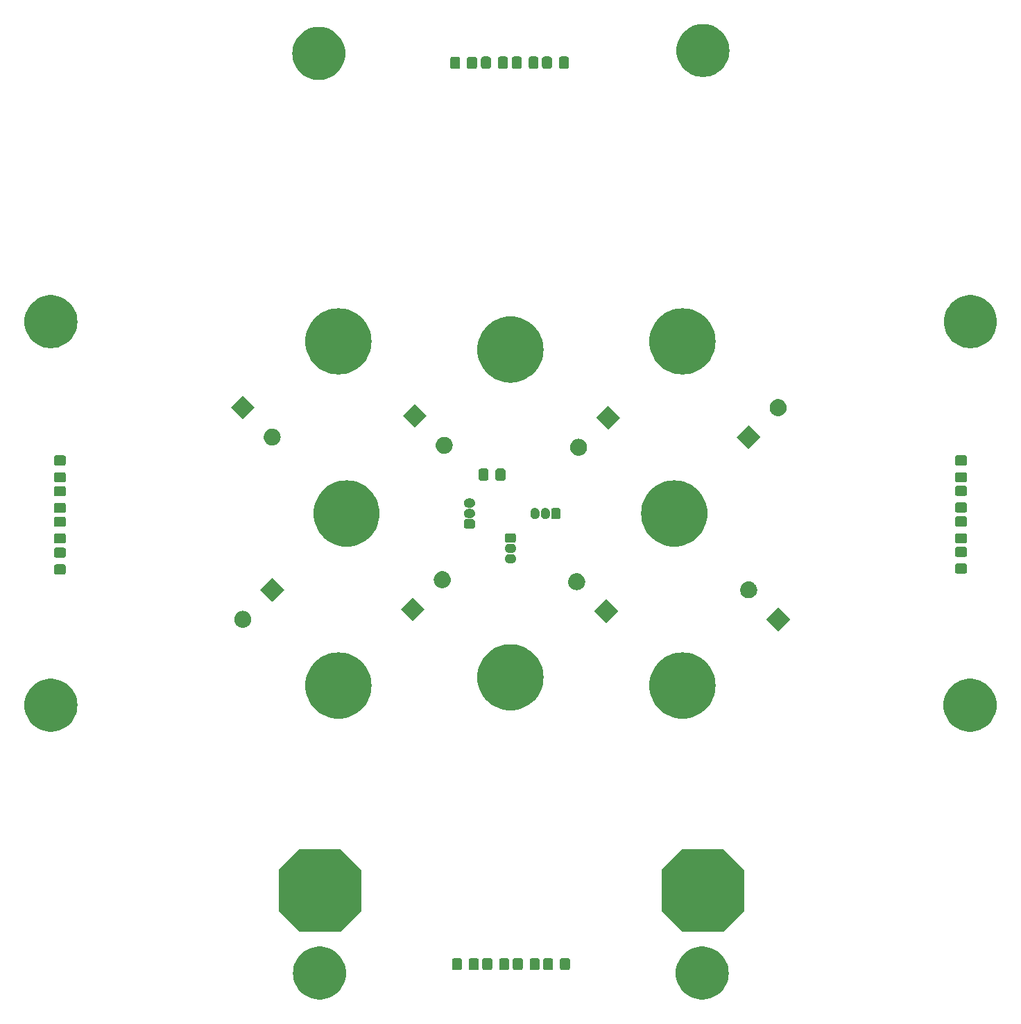
<source format=gbr>
%TF.GenerationSoftware,KiCad,Pcbnew,7.0.6*%
%TF.CreationDate,2023-08-11T13:22:00+02:00*%
%TF.ProjectId,MagLev,4d61674c-6576-42e6-9b69-6361645f7063,rev?*%
%TF.SameCoordinates,Original*%
%TF.FileFunction,Soldermask,Bot*%
%TF.FilePolarity,Negative*%
%FSLAX46Y46*%
G04 Gerber Fmt 4.6, Leading zero omitted, Abs format (unit mm)*
G04 Created by KiCad (PCBNEW 7.0.6) date 2023-08-11 13:22:00*
%MOMM*%
%LPD*%
G01*
G04 APERTURE LIST*
G04 APERTURE END LIST*
G36*
X129623850Y-154504656D02*
G01*
X129966257Y-154580025D01*
X130298507Y-154691973D01*
X130616707Y-154839188D01*
X130917124Y-155019943D01*
X131196237Y-155232119D01*
X131450773Y-155473229D01*
X131677749Y-155740446D01*
X131874504Y-156030637D01*
X132038729Y-156340399D01*
X132168501Y-156666102D01*
X132262297Y-157003926D01*
X132319019Y-157349911D01*
X132338000Y-157700000D01*
X132319019Y-158050089D01*
X132262297Y-158396074D01*
X132168501Y-158733898D01*
X132038729Y-159059601D01*
X131874504Y-159369363D01*
X131677749Y-159659554D01*
X131450773Y-159926771D01*
X131196237Y-160167881D01*
X130917124Y-160380057D01*
X130616707Y-160560812D01*
X130298507Y-160708027D01*
X129966257Y-160819975D01*
X129623850Y-160895344D01*
X129275302Y-160933251D01*
X128924698Y-160933251D01*
X128576150Y-160895344D01*
X128233743Y-160819975D01*
X127901493Y-160708027D01*
X127583293Y-160560812D01*
X127282876Y-160380057D01*
X127003763Y-160167881D01*
X126749227Y-159926771D01*
X126522251Y-159659554D01*
X126325496Y-159369363D01*
X126161271Y-159059601D01*
X126031499Y-158733898D01*
X125937703Y-158396074D01*
X125880981Y-158050089D01*
X125862000Y-157700000D01*
X125880981Y-157349911D01*
X125937703Y-157003926D01*
X126031499Y-156666102D01*
X126161271Y-156340399D01*
X126325496Y-156030637D01*
X126522251Y-155740446D01*
X126749227Y-155473229D01*
X127003763Y-155232119D01*
X127282876Y-155019943D01*
X127583293Y-154839188D01*
X127901493Y-154691973D01*
X128233743Y-154580025D01*
X128576150Y-154504656D01*
X128924698Y-154466749D01*
X129275302Y-154466749D01*
X129623850Y-154504656D01*
G37*
G36*
X176323850Y-154504656D02*
G01*
X176666257Y-154580025D01*
X176998507Y-154691973D01*
X177316707Y-154839188D01*
X177617124Y-155019943D01*
X177896237Y-155232119D01*
X178150773Y-155473229D01*
X178377749Y-155740446D01*
X178574504Y-156030637D01*
X178738729Y-156340399D01*
X178868501Y-156666102D01*
X178962297Y-157003926D01*
X179019019Y-157349911D01*
X179038000Y-157700000D01*
X179019019Y-158050089D01*
X178962297Y-158396074D01*
X178868501Y-158733898D01*
X178738729Y-159059601D01*
X178574504Y-159369363D01*
X178377749Y-159659554D01*
X178150773Y-159926771D01*
X177896237Y-160167881D01*
X177617124Y-160380057D01*
X177316707Y-160560812D01*
X176998507Y-160708027D01*
X176666257Y-160819975D01*
X176323850Y-160895344D01*
X175975302Y-160933251D01*
X175624698Y-160933251D01*
X175276150Y-160895344D01*
X174933743Y-160819975D01*
X174601493Y-160708027D01*
X174283293Y-160560812D01*
X173982876Y-160380057D01*
X173703763Y-160167881D01*
X173449227Y-159926771D01*
X173222251Y-159659554D01*
X173025496Y-159369363D01*
X172861271Y-159059601D01*
X172731499Y-158733898D01*
X172637703Y-158396074D01*
X172580981Y-158050089D01*
X172562000Y-157700000D01*
X172580981Y-157349911D01*
X172637703Y-157003926D01*
X172731499Y-156666102D01*
X172861271Y-156340399D01*
X173025496Y-156030637D01*
X173222251Y-155740446D01*
X173449227Y-155473229D01*
X173703763Y-155232119D01*
X173982876Y-155019943D01*
X174283293Y-154839188D01*
X174601493Y-154691973D01*
X174933743Y-154580025D01*
X175276150Y-154504656D01*
X175624698Y-154466749D01*
X175975302Y-154466749D01*
X176323850Y-154504656D01*
G37*
G36*
X146265938Y-155869650D02*
G01*
X146270653Y-155871732D01*
X146273326Y-155872084D01*
X146306770Y-155887679D01*
X146362759Y-155912401D01*
X146437599Y-155987241D01*
X146462330Y-156043251D01*
X146477915Y-156076673D01*
X146478266Y-156079343D01*
X146480350Y-156084062D01*
X146488000Y-156150000D01*
X146488000Y-157050000D01*
X146480350Y-157115938D01*
X146478266Y-157120656D01*
X146477915Y-157123326D01*
X146462338Y-157156730D01*
X146437599Y-157212759D01*
X146362759Y-157287599D01*
X146306730Y-157312338D01*
X146273326Y-157327915D01*
X146270656Y-157328266D01*
X146265938Y-157330350D01*
X146200000Y-157338000D01*
X145550000Y-157338000D01*
X145484062Y-157330350D01*
X145479343Y-157328266D01*
X145476673Y-157327915D01*
X145443251Y-157312330D01*
X145387241Y-157287599D01*
X145312401Y-157212759D01*
X145287679Y-157156770D01*
X145272084Y-157123326D01*
X145271732Y-157120653D01*
X145269650Y-157115938D01*
X145262000Y-157050000D01*
X145262000Y-156150000D01*
X145269650Y-156084062D01*
X145271732Y-156079346D01*
X145272084Y-156076673D01*
X145287687Y-156043210D01*
X145312401Y-155987241D01*
X145387241Y-155912401D01*
X145443210Y-155887687D01*
X145476673Y-155872084D01*
X145479346Y-155871732D01*
X145484062Y-155869650D01*
X145550000Y-155862000D01*
X146200000Y-155862000D01*
X146265938Y-155869650D01*
G37*
G36*
X148315938Y-155869650D02*
G01*
X148320653Y-155871732D01*
X148323326Y-155872084D01*
X148356770Y-155887679D01*
X148412759Y-155912401D01*
X148487599Y-155987241D01*
X148512330Y-156043251D01*
X148527915Y-156076673D01*
X148528266Y-156079343D01*
X148530350Y-156084062D01*
X148538000Y-156150000D01*
X148538000Y-157050000D01*
X148530350Y-157115938D01*
X148528266Y-157120656D01*
X148527915Y-157123326D01*
X148512338Y-157156730D01*
X148487599Y-157212759D01*
X148412759Y-157287599D01*
X148356730Y-157312338D01*
X148323326Y-157327915D01*
X148320656Y-157328266D01*
X148315938Y-157330350D01*
X148250000Y-157338000D01*
X147600000Y-157338000D01*
X147534062Y-157330350D01*
X147529343Y-157328266D01*
X147526673Y-157327915D01*
X147493251Y-157312330D01*
X147437241Y-157287599D01*
X147362401Y-157212759D01*
X147337679Y-157156770D01*
X147322084Y-157123326D01*
X147321732Y-157120653D01*
X147319650Y-157115938D01*
X147312000Y-157050000D01*
X147312000Y-156150000D01*
X147319650Y-156084062D01*
X147321732Y-156079346D01*
X147322084Y-156076673D01*
X147337687Y-156043210D01*
X147362401Y-155987241D01*
X147437241Y-155912401D01*
X147493210Y-155887687D01*
X147526673Y-155872084D01*
X147529346Y-155871732D01*
X147534062Y-155869650D01*
X147600000Y-155862000D01*
X148250000Y-155862000D01*
X148315938Y-155869650D01*
G37*
G36*
X149965937Y-155869650D02*
G01*
X149970652Y-155871732D01*
X149973325Y-155872084D01*
X150006769Y-155887679D01*
X150062758Y-155912401D01*
X150137598Y-155987241D01*
X150162329Y-156043251D01*
X150177914Y-156076673D01*
X150178265Y-156079343D01*
X150180349Y-156084062D01*
X150187999Y-156150000D01*
X150187999Y-157050000D01*
X150180349Y-157115938D01*
X150178265Y-157120656D01*
X150177914Y-157123326D01*
X150162337Y-157156730D01*
X150137598Y-157212759D01*
X150062758Y-157287599D01*
X150006729Y-157312338D01*
X149973325Y-157327915D01*
X149970655Y-157328266D01*
X149965937Y-157330350D01*
X149899999Y-157338000D01*
X149249999Y-157338000D01*
X149184061Y-157330350D01*
X149179342Y-157328266D01*
X149176672Y-157327915D01*
X149143250Y-157312330D01*
X149087240Y-157287599D01*
X149012400Y-157212759D01*
X148987678Y-157156770D01*
X148972083Y-157123326D01*
X148971731Y-157120653D01*
X148969649Y-157115938D01*
X148961999Y-157050000D01*
X148961999Y-156150000D01*
X148969649Y-156084062D01*
X148971731Y-156079346D01*
X148972083Y-156076673D01*
X148987686Y-156043210D01*
X149012400Y-155987241D01*
X149087240Y-155912401D01*
X149143209Y-155887687D01*
X149176672Y-155872084D01*
X149179345Y-155871732D01*
X149184061Y-155869650D01*
X149249999Y-155862000D01*
X149899999Y-155862000D01*
X149965937Y-155869650D01*
G37*
G36*
X152015937Y-155869650D02*
G01*
X152020652Y-155871732D01*
X152023325Y-155872084D01*
X152056769Y-155887679D01*
X152112758Y-155912401D01*
X152187598Y-155987241D01*
X152212329Y-156043251D01*
X152227914Y-156076673D01*
X152228265Y-156079343D01*
X152230349Y-156084062D01*
X152237999Y-156150000D01*
X152237999Y-157050000D01*
X152230349Y-157115938D01*
X152228265Y-157120656D01*
X152227914Y-157123326D01*
X152212337Y-157156730D01*
X152187598Y-157212759D01*
X152112758Y-157287599D01*
X152056729Y-157312338D01*
X152023325Y-157327915D01*
X152020655Y-157328266D01*
X152015937Y-157330350D01*
X151949999Y-157338000D01*
X151299999Y-157338000D01*
X151234061Y-157330350D01*
X151229342Y-157328266D01*
X151226672Y-157327915D01*
X151193250Y-157312330D01*
X151137240Y-157287599D01*
X151062400Y-157212759D01*
X151037678Y-157156770D01*
X151022083Y-157123326D01*
X151021731Y-157120653D01*
X151019649Y-157115938D01*
X151011999Y-157050000D01*
X151011999Y-156150000D01*
X151019649Y-156084062D01*
X151021731Y-156079346D01*
X151022083Y-156076673D01*
X151037686Y-156043210D01*
X151062400Y-155987241D01*
X151137240Y-155912401D01*
X151193209Y-155887687D01*
X151226672Y-155872084D01*
X151229345Y-155871732D01*
X151234061Y-155869650D01*
X151299999Y-155862000D01*
X151949999Y-155862000D01*
X152015937Y-155869650D01*
G37*
G36*
X153690936Y-155869650D02*
G01*
X153695651Y-155871732D01*
X153698324Y-155872084D01*
X153731768Y-155887679D01*
X153787757Y-155912401D01*
X153862597Y-155987241D01*
X153887328Y-156043251D01*
X153902913Y-156076673D01*
X153903264Y-156079343D01*
X153905348Y-156084062D01*
X153912998Y-156150000D01*
X153912998Y-157050000D01*
X153905348Y-157115938D01*
X153903264Y-157120656D01*
X153902913Y-157123326D01*
X153887336Y-157156730D01*
X153862597Y-157212759D01*
X153787757Y-157287599D01*
X153731728Y-157312338D01*
X153698324Y-157327915D01*
X153695654Y-157328266D01*
X153690936Y-157330350D01*
X153624998Y-157338000D01*
X152974998Y-157338000D01*
X152909060Y-157330350D01*
X152904341Y-157328266D01*
X152901671Y-157327915D01*
X152868249Y-157312330D01*
X152812239Y-157287599D01*
X152737399Y-157212759D01*
X152712677Y-157156770D01*
X152697082Y-157123326D01*
X152696730Y-157120653D01*
X152694648Y-157115938D01*
X152686998Y-157050000D01*
X152686998Y-156150000D01*
X152694648Y-156084062D01*
X152696730Y-156079346D01*
X152697082Y-156076673D01*
X152712685Y-156043210D01*
X152737399Y-155987241D01*
X152812239Y-155912401D01*
X152868208Y-155887687D01*
X152901671Y-155872084D01*
X152904344Y-155871732D01*
X152909060Y-155869650D01*
X152974998Y-155862000D01*
X153624998Y-155862000D01*
X153690936Y-155869650D01*
G37*
G36*
X155740936Y-155869650D02*
G01*
X155745651Y-155871732D01*
X155748324Y-155872084D01*
X155781768Y-155887679D01*
X155837757Y-155912401D01*
X155912597Y-155987241D01*
X155937328Y-156043251D01*
X155952913Y-156076673D01*
X155953264Y-156079343D01*
X155955348Y-156084062D01*
X155962998Y-156150000D01*
X155962998Y-157050000D01*
X155955348Y-157115938D01*
X155953264Y-157120656D01*
X155952913Y-157123326D01*
X155937336Y-157156730D01*
X155912597Y-157212759D01*
X155837757Y-157287599D01*
X155781728Y-157312338D01*
X155748324Y-157327915D01*
X155745654Y-157328266D01*
X155740936Y-157330350D01*
X155674998Y-157338000D01*
X155024998Y-157338000D01*
X154959060Y-157330350D01*
X154954341Y-157328266D01*
X154951671Y-157327915D01*
X154918249Y-157312330D01*
X154862239Y-157287599D01*
X154787399Y-157212759D01*
X154762677Y-157156770D01*
X154747082Y-157123326D01*
X154746730Y-157120653D01*
X154744648Y-157115938D01*
X154736998Y-157050000D01*
X154736998Y-156150000D01*
X154744648Y-156084062D01*
X154746730Y-156079346D01*
X154747082Y-156076673D01*
X154762685Y-156043210D01*
X154787399Y-155987241D01*
X154862239Y-155912401D01*
X154918208Y-155887687D01*
X154951671Y-155872084D01*
X154954344Y-155871732D01*
X154959060Y-155869650D01*
X155024998Y-155862000D01*
X155674998Y-155862000D01*
X155740936Y-155869650D01*
G37*
G36*
X157390938Y-155869650D02*
G01*
X157395653Y-155871732D01*
X157398326Y-155872084D01*
X157431770Y-155887679D01*
X157487759Y-155912401D01*
X157562599Y-155987241D01*
X157587330Y-156043251D01*
X157602915Y-156076673D01*
X157603266Y-156079343D01*
X157605350Y-156084062D01*
X157613000Y-156150000D01*
X157613000Y-157050000D01*
X157605350Y-157115938D01*
X157603266Y-157120656D01*
X157602915Y-157123326D01*
X157587338Y-157156730D01*
X157562599Y-157212759D01*
X157487759Y-157287599D01*
X157431730Y-157312338D01*
X157398326Y-157327915D01*
X157395656Y-157328266D01*
X157390938Y-157330350D01*
X157325000Y-157338000D01*
X156675000Y-157338000D01*
X156609062Y-157330350D01*
X156604343Y-157328266D01*
X156601673Y-157327915D01*
X156568251Y-157312330D01*
X156512241Y-157287599D01*
X156437401Y-157212759D01*
X156412679Y-157156770D01*
X156397084Y-157123326D01*
X156396732Y-157120653D01*
X156394650Y-157115938D01*
X156387000Y-157050000D01*
X156387000Y-156150000D01*
X156394650Y-156084062D01*
X156396732Y-156079346D01*
X156397084Y-156076673D01*
X156412687Y-156043210D01*
X156437401Y-155987241D01*
X156512241Y-155912401D01*
X156568210Y-155887687D01*
X156601673Y-155872084D01*
X156604346Y-155871732D01*
X156609062Y-155869650D01*
X156675000Y-155862000D01*
X157325000Y-155862000D01*
X157390938Y-155869650D01*
G37*
G36*
X159440938Y-155869650D02*
G01*
X159445653Y-155871732D01*
X159448326Y-155872084D01*
X159481770Y-155887679D01*
X159537759Y-155912401D01*
X159612599Y-155987241D01*
X159637330Y-156043251D01*
X159652915Y-156076673D01*
X159653266Y-156079343D01*
X159655350Y-156084062D01*
X159663000Y-156150000D01*
X159663000Y-157050000D01*
X159655350Y-157115938D01*
X159653266Y-157120656D01*
X159652915Y-157123326D01*
X159637338Y-157156730D01*
X159612599Y-157212759D01*
X159537759Y-157287599D01*
X159481730Y-157312338D01*
X159448326Y-157327915D01*
X159445656Y-157328266D01*
X159440938Y-157330350D01*
X159375000Y-157338000D01*
X158725000Y-157338000D01*
X158659062Y-157330350D01*
X158654343Y-157328266D01*
X158651673Y-157327915D01*
X158618251Y-157312330D01*
X158562241Y-157287599D01*
X158487401Y-157212759D01*
X158462679Y-157156770D01*
X158447084Y-157123326D01*
X158446732Y-157120653D01*
X158444650Y-157115938D01*
X158437000Y-157050000D01*
X158437000Y-156150000D01*
X158444650Y-156084062D01*
X158446732Y-156079346D01*
X158447084Y-156076673D01*
X158462687Y-156043210D01*
X158487401Y-155987241D01*
X158562241Y-155912401D01*
X158618210Y-155887687D01*
X158651673Y-155872084D01*
X158654346Y-155871732D01*
X158659062Y-155869650D01*
X158725000Y-155862000D01*
X159375000Y-155862000D01*
X159440938Y-155869650D01*
G37*
G36*
X131664542Y-142564893D02*
G01*
X131676870Y-142573130D01*
X134176870Y-145073130D01*
X134185107Y-145085458D01*
X134188000Y-145100000D01*
X134188000Y-150100000D01*
X134185107Y-150114542D01*
X134176870Y-150126870D01*
X131676870Y-152626870D01*
X131664542Y-152635107D01*
X131650000Y-152638000D01*
X131645079Y-152638000D01*
X126654924Y-152638000D01*
X126650000Y-152638000D01*
X126635458Y-152635107D01*
X126623130Y-152626870D01*
X124123130Y-150126870D01*
X124114893Y-150114542D01*
X124112000Y-150100000D01*
X124112000Y-150095083D01*
X124111999Y-150095078D01*
X124112000Y-145104924D01*
X124112000Y-145100000D01*
X124114893Y-145085458D01*
X124123130Y-145073130D01*
X124126611Y-145069648D01*
X126619648Y-142576611D01*
X126619651Y-142576608D01*
X126623130Y-142573130D01*
X126635458Y-142564893D01*
X126650000Y-142562000D01*
X131650000Y-142562000D01*
X131664542Y-142564893D01*
G37*
G36*
X178414542Y-142564893D02*
G01*
X178426870Y-142573130D01*
X180926870Y-145073130D01*
X180935107Y-145085458D01*
X180938000Y-145100000D01*
X180938000Y-150100000D01*
X180935107Y-150114542D01*
X180926870Y-150126870D01*
X178426870Y-152626870D01*
X178414542Y-152635107D01*
X178400000Y-152638000D01*
X178395079Y-152638000D01*
X173404924Y-152638000D01*
X173400000Y-152638000D01*
X173385458Y-152635107D01*
X173373130Y-152626870D01*
X170873130Y-150126870D01*
X170864893Y-150114542D01*
X170862000Y-150100000D01*
X170862000Y-145100000D01*
X170864893Y-145085458D01*
X170873130Y-145073130D01*
X170876612Y-145069648D01*
X173369648Y-142576611D01*
X173369651Y-142576608D01*
X173373130Y-142573130D01*
X173385458Y-142564893D01*
X173400000Y-142562000D01*
X178400000Y-142562000D01*
X178414542Y-142564893D01*
G37*
G36*
X96823850Y-121804656D02*
G01*
X97166257Y-121880025D01*
X97498507Y-121991973D01*
X97816707Y-122139188D01*
X98117124Y-122319943D01*
X98396237Y-122532119D01*
X98650773Y-122773229D01*
X98877749Y-123040446D01*
X99074504Y-123330637D01*
X99238729Y-123640399D01*
X99368501Y-123966102D01*
X99462297Y-124303926D01*
X99519019Y-124649911D01*
X99538000Y-125000000D01*
X99519019Y-125350089D01*
X99462297Y-125696074D01*
X99368501Y-126033898D01*
X99238729Y-126359601D01*
X99074504Y-126669363D01*
X98877749Y-126959554D01*
X98650773Y-127226771D01*
X98396237Y-127467881D01*
X98117124Y-127680057D01*
X97816707Y-127860812D01*
X97498507Y-128008027D01*
X97166257Y-128119975D01*
X96823850Y-128195344D01*
X96475302Y-128233251D01*
X96124698Y-128233251D01*
X95776150Y-128195344D01*
X95433743Y-128119975D01*
X95101493Y-128008027D01*
X94783293Y-127860812D01*
X94482876Y-127680057D01*
X94203763Y-127467881D01*
X93949227Y-127226771D01*
X93722251Y-126959554D01*
X93525496Y-126669363D01*
X93361271Y-126359601D01*
X93231499Y-126033898D01*
X93137703Y-125696074D01*
X93080981Y-125350089D01*
X93062000Y-125000000D01*
X93080981Y-124649911D01*
X93137703Y-124303926D01*
X93231499Y-123966102D01*
X93361271Y-123640399D01*
X93525496Y-123330637D01*
X93722251Y-123040446D01*
X93949227Y-122773229D01*
X94203763Y-122532119D01*
X94482876Y-122319943D01*
X94783293Y-122139188D01*
X95101493Y-121991973D01*
X95433743Y-121880025D01*
X95776150Y-121804656D01*
X96124698Y-121766749D01*
X96475302Y-121766749D01*
X96823850Y-121804656D01*
G37*
G36*
X209023850Y-121804656D02*
G01*
X209366257Y-121880025D01*
X209698507Y-121991973D01*
X210016707Y-122139188D01*
X210317124Y-122319943D01*
X210596237Y-122532119D01*
X210850773Y-122773229D01*
X211077749Y-123040446D01*
X211274504Y-123330637D01*
X211438729Y-123640399D01*
X211568501Y-123966102D01*
X211662297Y-124303926D01*
X211719019Y-124649911D01*
X211738000Y-125000000D01*
X211719019Y-125350089D01*
X211662297Y-125696074D01*
X211568501Y-126033898D01*
X211438729Y-126359601D01*
X211274504Y-126669363D01*
X211077749Y-126959554D01*
X210850773Y-127226771D01*
X210596237Y-127467881D01*
X210317124Y-127680057D01*
X210016707Y-127860812D01*
X209698507Y-128008027D01*
X209366257Y-128119975D01*
X209023850Y-128195344D01*
X208675302Y-128233251D01*
X208324698Y-128233251D01*
X207976150Y-128195344D01*
X207633743Y-128119975D01*
X207301493Y-128008027D01*
X206983293Y-127860812D01*
X206682876Y-127680057D01*
X206403763Y-127467881D01*
X206149227Y-127226771D01*
X205922251Y-126959554D01*
X205725496Y-126669363D01*
X205561271Y-126359601D01*
X205431499Y-126033898D01*
X205337703Y-125696074D01*
X205280981Y-125350089D01*
X205262000Y-125000000D01*
X205280981Y-124649911D01*
X205337703Y-124303926D01*
X205431499Y-123966102D01*
X205561271Y-123640399D01*
X205725496Y-123330637D01*
X205922251Y-123040446D01*
X206149227Y-122773229D01*
X206403763Y-122532119D01*
X206682876Y-122319943D01*
X206983293Y-122139188D01*
X207301493Y-121991973D01*
X207633743Y-121880025D01*
X207976150Y-121804656D01*
X208324698Y-121766749D01*
X208675302Y-121766749D01*
X209023850Y-121804656D01*
G37*
G36*
X131795793Y-118581444D02*
G01*
X132187775Y-118639589D01*
X132572170Y-118735875D01*
X132945276Y-118869374D01*
X133303500Y-119038802D01*
X133643393Y-119242526D01*
X133961680Y-119478584D01*
X134255297Y-119744703D01*
X134521416Y-120038320D01*
X134757474Y-120356607D01*
X134961198Y-120696500D01*
X135130626Y-121054724D01*
X135264125Y-121427830D01*
X135360411Y-121812225D01*
X135418556Y-122204207D01*
X135438000Y-122600000D01*
X135418556Y-122995793D01*
X135360411Y-123387775D01*
X135264125Y-123772170D01*
X135130626Y-124145276D01*
X134961198Y-124503500D01*
X134757474Y-124843393D01*
X134521416Y-125161680D01*
X134255297Y-125455297D01*
X133961680Y-125721416D01*
X133643393Y-125957474D01*
X133303500Y-126161198D01*
X132945276Y-126330626D01*
X132572170Y-126464125D01*
X132187775Y-126560411D01*
X131795793Y-126618556D01*
X131400000Y-126638000D01*
X131004207Y-126618556D01*
X130612225Y-126560411D01*
X130227830Y-126464125D01*
X129854724Y-126330626D01*
X129496500Y-126161198D01*
X129156607Y-125957474D01*
X128838320Y-125721416D01*
X128544703Y-125455297D01*
X128278584Y-125161680D01*
X128042526Y-124843393D01*
X127838802Y-124503500D01*
X127669374Y-124145276D01*
X127535875Y-123772170D01*
X127439589Y-123387775D01*
X127381444Y-122995793D01*
X127362000Y-122600000D01*
X127381444Y-122204207D01*
X127439589Y-121812225D01*
X127535875Y-121427830D01*
X127669374Y-121054724D01*
X127838802Y-120696500D01*
X128042526Y-120356607D01*
X128278584Y-120038320D01*
X128544703Y-119744703D01*
X128838320Y-119478584D01*
X129156607Y-119242526D01*
X129496500Y-119038802D01*
X129854724Y-118869374D01*
X130227830Y-118735875D01*
X130612225Y-118639589D01*
X131004207Y-118581444D01*
X131400000Y-118562000D01*
X131795793Y-118581444D01*
G37*
G36*
X173795793Y-118581444D02*
G01*
X174187775Y-118639589D01*
X174572170Y-118735875D01*
X174945276Y-118869374D01*
X175303500Y-119038802D01*
X175643393Y-119242526D01*
X175961680Y-119478584D01*
X176255297Y-119744703D01*
X176521416Y-120038320D01*
X176757474Y-120356607D01*
X176961198Y-120696500D01*
X177130626Y-121054724D01*
X177264125Y-121427830D01*
X177360411Y-121812225D01*
X177418556Y-122204207D01*
X177438000Y-122600000D01*
X177418556Y-122995793D01*
X177360411Y-123387775D01*
X177264125Y-123772170D01*
X177130626Y-124145276D01*
X176961198Y-124503500D01*
X176757474Y-124843393D01*
X176521416Y-125161680D01*
X176255297Y-125455297D01*
X175961680Y-125721416D01*
X175643393Y-125957474D01*
X175303500Y-126161198D01*
X174945276Y-126330626D01*
X174572170Y-126464125D01*
X174187775Y-126560411D01*
X173795793Y-126618556D01*
X173400000Y-126638000D01*
X173004207Y-126618556D01*
X172612225Y-126560411D01*
X172227830Y-126464125D01*
X171854724Y-126330626D01*
X171496500Y-126161198D01*
X171156607Y-125957474D01*
X170838320Y-125721416D01*
X170544703Y-125455297D01*
X170278584Y-125161680D01*
X170042526Y-124843393D01*
X169838802Y-124503500D01*
X169669374Y-124145276D01*
X169535875Y-123772170D01*
X169439589Y-123387775D01*
X169381444Y-122995793D01*
X169362000Y-122600000D01*
X169381444Y-122204207D01*
X169439589Y-121812225D01*
X169535875Y-121427830D01*
X169669374Y-121054724D01*
X169838802Y-120696500D01*
X170042526Y-120356607D01*
X170278584Y-120038320D01*
X170544703Y-119744703D01*
X170838320Y-119478584D01*
X171156607Y-119242526D01*
X171496500Y-119038802D01*
X171854724Y-118869374D01*
X172227830Y-118735875D01*
X172612225Y-118639589D01*
X173004207Y-118581444D01*
X173400000Y-118562000D01*
X173795793Y-118581444D01*
G37*
G36*
X152795793Y-117581444D02*
G01*
X153187775Y-117639589D01*
X153572170Y-117735875D01*
X153945276Y-117869374D01*
X154303500Y-118038802D01*
X154643393Y-118242526D01*
X154961680Y-118478584D01*
X155255297Y-118744703D01*
X155521416Y-119038320D01*
X155757474Y-119356607D01*
X155961198Y-119696500D01*
X156130626Y-120054724D01*
X156264125Y-120427830D01*
X156360411Y-120812225D01*
X156418556Y-121204207D01*
X156438000Y-121600000D01*
X156418556Y-121995793D01*
X156360411Y-122387775D01*
X156264125Y-122772170D01*
X156130626Y-123145276D01*
X155961198Y-123503500D01*
X155757474Y-123843393D01*
X155521416Y-124161680D01*
X155255297Y-124455297D01*
X154961680Y-124721416D01*
X154643393Y-124957474D01*
X154303500Y-125161198D01*
X153945276Y-125330626D01*
X153572170Y-125464125D01*
X153187775Y-125560411D01*
X152795793Y-125618556D01*
X152400000Y-125638000D01*
X152004207Y-125618556D01*
X151612225Y-125560411D01*
X151227830Y-125464125D01*
X150854724Y-125330626D01*
X150496500Y-125161198D01*
X150156607Y-124957474D01*
X149838320Y-124721416D01*
X149544703Y-124455297D01*
X149278584Y-124161680D01*
X149042526Y-123843393D01*
X148838802Y-123503500D01*
X148669374Y-123145276D01*
X148535875Y-122772170D01*
X148439589Y-122387775D01*
X148381444Y-121995793D01*
X148362000Y-121600000D01*
X148381444Y-121204207D01*
X148439589Y-120812225D01*
X148535875Y-120427830D01*
X148669374Y-120054724D01*
X148838802Y-119696500D01*
X149042526Y-119356607D01*
X149278584Y-119038320D01*
X149544703Y-118744703D01*
X149838320Y-118478584D01*
X150156607Y-118242526D01*
X150496500Y-118038802D01*
X150854724Y-117869374D01*
X151227830Y-117735875D01*
X151612225Y-117639589D01*
X152004207Y-117581444D01*
X152400000Y-117562000D01*
X152795793Y-117581444D01*
G37*
G36*
X185088875Y-113068448D02*
G01*
X185101203Y-113076685D01*
X186515417Y-114490899D01*
X186523654Y-114503227D01*
X186526546Y-114517769D01*
X186523654Y-114532311D01*
X186515417Y-114544639D01*
X185101203Y-115958853D01*
X185088875Y-115967090D01*
X185074333Y-115969982D01*
X185059791Y-115967090D01*
X185047463Y-115958853D01*
X183633249Y-114544639D01*
X183625012Y-114532311D01*
X183622120Y-114517769D01*
X183625012Y-114503227D01*
X183633249Y-114490899D01*
X185047463Y-113076685D01*
X185059791Y-113068448D01*
X185074333Y-113065556D01*
X185088875Y-113068448D01*
G37*
G36*
X119772788Y-113484410D02*
G01*
X119821420Y-113484410D01*
X119875578Y-113494534D01*
X119928171Y-113499714D01*
X119968126Y-113511834D01*
X120009669Y-113519600D01*
X120067207Y-113541890D01*
X120122892Y-113558782D01*
X120154706Y-113575787D01*
X120188250Y-113588782D01*
X120246534Y-113624870D01*
X120302349Y-113654704D01*
X120325800Y-113673950D01*
X120351071Y-113689597D01*
X120407058Y-113740636D01*
X120459644Y-113783792D01*
X120475228Y-113802781D01*
X120492600Y-113818618D01*
X120543036Y-113885406D01*
X120588732Y-113941087D01*
X120597567Y-113957617D01*
X120608009Y-113971444D01*
X120649554Y-114054877D01*
X120684654Y-114120544D01*
X120688396Y-114132882D01*
X120693374Y-114142878D01*
X120722776Y-114246215D01*
X120743722Y-114315265D01*
X120744410Y-114322251D01*
X120745782Y-114327073D01*
X120760036Y-114480911D01*
X120763667Y-114517769D01*
X120760034Y-114554654D01*
X120745782Y-114708464D01*
X120744410Y-114713285D01*
X120743722Y-114720273D01*
X120722771Y-114789337D01*
X120693374Y-114892659D01*
X120688397Y-114902652D01*
X120684654Y-114914994D01*
X120649547Y-114980674D01*
X120608009Y-115064093D01*
X120597569Y-115077916D01*
X120588732Y-115094451D01*
X120543026Y-115150143D01*
X120492600Y-115216919D01*
X120475231Y-115232752D01*
X120459644Y-115251746D01*
X120407047Y-115294910D01*
X120351071Y-115345940D01*
X120325805Y-115361583D01*
X120302349Y-115380834D01*
X120246523Y-115410673D01*
X120188250Y-115446755D01*
X120154713Y-115459746D01*
X120122892Y-115476756D01*
X120067195Y-115493651D01*
X120009669Y-115515937D01*
X119968132Y-115523701D01*
X119928171Y-115535824D01*
X119875575Y-115541004D01*
X119821420Y-115551128D01*
X119772788Y-115551128D01*
X119725667Y-115555769D01*
X119678546Y-115551128D01*
X119629914Y-115551128D01*
X119575757Y-115541004D01*
X119523163Y-115535824D01*
X119483202Y-115523702D01*
X119441664Y-115515937D01*
X119384134Y-115493650D01*
X119328442Y-115476756D01*
X119296622Y-115459748D01*
X119263083Y-115446755D01*
X119204803Y-115410669D01*
X119148985Y-115380834D01*
X119125531Y-115361586D01*
X119100262Y-115345940D01*
X119044276Y-115294902D01*
X118991690Y-115251746D01*
X118976105Y-115232756D01*
X118958733Y-115216919D01*
X118908294Y-115150128D01*
X118862602Y-115094451D01*
X118853766Y-115077921D01*
X118843324Y-115064093D01*
X118801772Y-114980646D01*
X118766680Y-114914994D01*
X118762937Y-114902657D01*
X118757959Y-114892659D01*
X118728546Y-114789284D01*
X118707612Y-114720273D01*
X118706924Y-114713290D01*
X118705551Y-114708464D01*
X118691281Y-114554470D01*
X118687667Y-114517769D01*
X118691281Y-114481070D01*
X118705551Y-114327073D01*
X118706924Y-114322245D01*
X118707612Y-114315265D01*
X118728541Y-114246268D01*
X118757959Y-114142878D01*
X118762938Y-114132877D01*
X118766680Y-114120544D01*
X118801764Y-114054904D01*
X118843324Y-113971444D01*
X118853768Y-113957613D01*
X118862602Y-113941087D01*
X118908285Y-113885421D01*
X118958733Y-113818618D01*
X118976108Y-113802777D01*
X118991690Y-113783792D01*
X119044265Y-113740644D01*
X119100262Y-113689597D01*
X119125536Y-113673947D01*
X119148985Y-113654704D01*
X119204791Y-113624874D01*
X119263083Y-113588782D01*
X119296629Y-113575786D01*
X119328442Y-113558782D01*
X119384122Y-113541891D01*
X119441664Y-113519600D01*
X119483209Y-113511833D01*
X119523163Y-113499714D01*
X119575754Y-113494534D01*
X119629914Y-113484410D01*
X119678546Y-113484410D01*
X119725667Y-113479769D01*
X119772788Y-113484410D01*
G37*
G36*
X164088875Y-112068448D02*
G01*
X164101203Y-112076685D01*
X165515417Y-113490899D01*
X165523654Y-113503227D01*
X165526546Y-113517769D01*
X165523654Y-113532311D01*
X165515417Y-113544639D01*
X164101203Y-114958853D01*
X164088875Y-114967090D01*
X164074333Y-114969982D01*
X164059791Y-114967090D01*
X164047463Y-114958853D01*
X162633249Y-113544639D01*
X162625012Y-113532311D01*
X162622120Y-113517769D01*
X162625012Y-113503227D01*
X162633249Y-113490899D01*
X164047463Y-112076685D01*
X164059791Y-112068448D01*
X164074333Y-112065556D01*
X164088875Y-112068448D01*
G37*
G36*
X140496773Y-111825012D02*
G01*
X140509101Y-111833249D01*
X141923315Y-113247463D01*
X141931552Y-113259791D01*
X141934444Y-113274333D01*
X141931552Y-113288875D01*
X141923315Y-113301203D01*
X140509101Y-114715417D01*
X140496773Y-114723654D01*
X140482231Y-114726546D01*
X140467689Y-114723654D01*
X140455361Y-114715417D01*
X139041147Y-113301203D01*
X139032910Y-113288875D01*
X139030018Y-113274333D01*
X139032910Y-113259791D01*
X139041147Y-113247463D01*
X140455361Y-111833249D01*
X140467689Y-111825012D01*
X140482231Y-111822120D01*
X140496773Y-111825012D01*
G37*
G36*
X123332311Y-109476346D02*
G01*
X123344639Y-109484583D01*
X124758853Y-110898797D01*
X124767090Y-110911125D01*
X124769982Y-110925667D01*
X124767090Y-110940209D01*
X124758853Y-110952537D01*
X123344639Y-112366751D01*
X123332311Y-112374988D01*
X123317769Y-112377880D01*
X123303227Y-112374988D01*
X123290899Y-112366751D01*
X121876685Y-110952537D01*
X121868448Y-110940209D01*
X121865556Y-110925667D01*
X121868448Y-110911125D01*
X121876685Y-110898797D01*
X123290899Y-109484583D01*
X123303227Y-109476346D01*
X123317769Y-109473454D01*
X123332311Y-109476346D01*
G37*
G36*
X181529352Y-109892308D02*
G01*
X181577984Y-109892308D01*
X181632142Y-109902432D01*
X181684735Y-109907612D01*
X181724690Y-109919732D01*
X181766233Y-109927498D01*
X181823771Y-109949788D01*
X181879456Y-109966680D01*
X181911270Y-109983685D01*
X181944814Y-109996680D01*
X182003098Y-110032768D01*
X182058913Y-110062602D01*
X182082364Y-110081848D01*
X182107635Y-110097495D01*
X182163622Y-110148534D01*
X182216208Y-110191690D01*
X182231792Y-110210679D01*
X182249164Y-110226516D01*
X182299600Y-110293304D01*
X182345296Y-110348985D01*
X182354131Y-110365515D01*
X182364573Y-110379342D01*
X182406118Y-110462775D01*
X182441218Y-110528442D01*
X182444960Y-110540780D01*
X182449938Y-110550776D01*
X182479340Y-110654113D01*
X182500286Y-110723163D01*
X182500974Y-110730149D01*
X182502346Y-110734971D01*
X182516599Y-110888797D01*
X182520231Y-110925667D01*
X182516599Y-110962539D01*
X182502346Y-111116362D01*
X182500974Y-111121183D01*
X182500286Y-111128171D01*
X182479335Y-111197235D01*
X182449938Y-111300557D01*
X182444961Y-111310550D01*
X182441218Y-111322892D01*
X182406111Y-111388572D01*
X182364573Y-111471991D01*
X182354133Y-111485814D01*
X182345296Y-111502349D01*
X182299590Y-111558041D01*
X182249164Y-111624817D01*
X182231795Y-111640650D01*
X182216208Y-111659644D01*
X182163611Y-111702808D01*
X182107635Y-111753838D01*
X182082369Y-111769481D01*
X182058913Y-111788732D01*
X182003087Y-111818571D01*
X181944814Y-111854653D01*
X181911277Y-111867644D01*
X181879456Y-111884654D01*
X181823759Y-111901549D01*
X181766233Y-111923835D01*
X181724696Y-111931599D01*
X181684735Y-111943722D01*
X181632139Y-111948902D01*
X181577984Y-111959026D01*
X181529352Y-111959026D01*
X181482231Y-111963667D01*
X181435110Y-111959026D01*
X181386478Y-111959026D01*
X181332321Y-111948902D01*
X181279727Y-111943722D01*
X181239766Y-111931600D01*
X181198228Y-111923835D01*
X181140698Y-111901548D01*
X181085006Y-111884654D01*
X181053186Y-111867646D01*
X181019647Y-111854653D01*
X180961367Y-111818567D01*
X180905549Y-111788732D01*
X180882095Y-111769484D01*
X180856826Y-111753838D01*
X180800840Y-111702800D01*
X180748254Y-111659644D01*
X180732669Y-111640654D01*
X180715297Y-111624817D01*
X180664858Y-111558026D01*
X180619166Y-111502349D01*
X180610330Y-111485819D01*
X180599888Y-111471991D01*
X180558336Y-111388544D01*
X180523244Y-111322892D01*
X180519501Y-111310555D01*
X180514523Y-111300557D01*
X180485110Y-111197182D01*
X180464176Y-111128171D01*
X180463488Y-111121188D01*
X180462115Y-111116362D01*
X180447847Y-110962381D01*
X180444231Y-110925667D01*
X180447844Y-110888981D01*
X180462115Y-110734971D01*
X180463488Y-110730143D01*
X180464176Y-110723163D01*
X180485105Y-110654166D01*
X180514523Y-110550776D01*
X180519502Y-110540775D01*
X180523244Y-110528442D01*
X180558328Y-110462802D01*
X180599888Y-110379342D01*
X180610332Y-110365511D01*
X180619166Y-110348985D01*
X180664849Y-110293319D01*
X180715297Y-110226516D01*
X180732672Y-110210675D01*
X180748254Y-110191690D01*
X180800829Y-110148542D01*
X180856826Y-110097495D01*
X180882100Y-110081845D01*
X180905549Y-110062602D01*
X180961355Y-110032772D01*
X181019647Y-109996680D01*
X181053193Y-109983684D01*
X181085006Y-109966680D01*
X181140686Y-109949789D01*
X181198228Y-109927498D01*
X181239773Y-109919731D01*
X181279727Y-109907612D01*
X181332318Y-109902432D01*
X181386478Y-109892308D01*
X181435110Y-109892308D01*
X181482231Y-109887667D01*
X181529352Y-109892308D01*
G37*
G36*
X160529352Y-108892308D02*
G01*
X160577984Y-108892308D01*
X160632142Y-108902432D01*
X160684735Y-108907612D01*
X160724690Y-108919732D01*
X160766233Y-108927498D01*
X160823771Y-108949788D01*
X160879456Y-108966680D01*
X160911270Y-108983685D01*
X160944814Y-108996680D01*
X161003098Y-109032768D01*
X161058913Y-109062602D01*
X161082364Y-109081848D01*
X161107635Y-109097495D01*
X161163622Y-109148534D01*
X161216208Y-109191690D01*
X161231792Y-109210679D01*
X161249164Y-109226516D01*
X161299600Y-109293304D01*
X161345296Y-109348985D01*
X161354131Y-109365515D01*
X161364573Y-109379342D01*
X161406118Y-109462775D01*
X161441218Y-109528442D01*
X161444960Y-109540780D01*
X161449938Y-109550776D01*
X161479340Y-109654113D01*
X161500286Y-109723163D01*
X161500974Y-109730149D01*
X161502346Y-109734971D01*
X161516599Y-109888797D01*
X161520231Y-109925667D01*
X161516599Y-109962539D01*
X161502346Y-110116362D01*
X161500974Y-110121183D01*
X161500286Y-110128171D01*
X161479335Y-110197235D01*
X161449938Y-110300557D01*
X161444961Y-110310550D01*
X161441218Y-110322892D01*
X161406111Y-110388572D01*
X161364573Y-110471991D01*
X161354133Y-110485814D01*
X161345296Y-110502349D01*
X161299590Y-110558041D01*
X161249164Y-110624817D01*
X161231795Y-110640650D01*
X161216208Y-110659644D01*
X161163611Y-110702808D01*
X161107635Y-110753838D01*
X161082369Y-110769481D01*
X161058913Y-110788732D01*
X161003087Y-110818571D01*
X160944814Y-110854653D01*
X160911277Y-110867644D01*
X160879456Y-110884654D01*
X160823759Y-110901549D01*
X160766233Y-110923835D01*
X160724696Y-110931599D01*
X160684735Y-110943722D01*
X160632139Y-110948902D01*
X160577984Y-110959026D01*
X160529352Y-110959026D01*
X160482231Y-110963667D01*
X160435110Y-110959026D01*
X160386478Y-110959026D01*
X160332321Y-110948902D01*
X160279727Y-110943722D01*
X160239766Y-110931600D01*
X160198228Y-110923835D01*
X160140698Y-110901548D01*
X160085006Y-110884654D01*
X160053186Y-110867646D01*
X160019647Y-110854653D01*
X159961367Y-110818567D01*
X159905549Y-110788732D01*
X159882095Y-110769484D01*
X159856826Y-110753838D01*
X159800840Y-110702800D01*
X159748254Y-110659644D01*
X159732669Y-110640654D01*
X159715297Y-110624817D01*
X159664858Y-110558026D01*
X159619166Y-110502349D01*
X159610330Y-110485819D01*
X159599888Y-110471991D01*
X159558336Y-110388544D01*
X159523244Y-110322892D01*
X159519501Y-110310555D01*
X159514523Y-110300557D01*
X159485110Y-110197182D01*
X159464176Y-110128171D01*
X159463488Y-110121188D01*
X159462115Y-110116362D01*
X159447845Y-109962368D01*
X159444231Y-109925667D01*
X159447845Y-109888968D01*
X159462115Y-109734971D01*
X159463488Y-109730143D01*
X159464176Y-109723163D01*
X159485105Y-109654166D01*
X159514523Y-109550776D01*
X159519502Y-109540775D01*
X159523244Y-109528442D01*
X159558328Y-109462802D01*
X159599888Y-109379342D01*
X159610332Y-109365511D01*
X159619166Y-109348985D01*
X159664849Y-109293319D01*
X159715297Y-109226516D01*
X159732672Y-109210675D01*
X159748254Y-109191690D01*
X159800829Y-109148542D01*
X159856826Y-109097495D01*
X159882100Y-109081845D01*
X159905549Y-109062602D01*
X159961355Y-109032772D01*
X160019647Y-108996680D01*
X160053193Y-108983684D01*
X160085006Y-108966680D01*
X160140686Y-108949789D01*
X160198228Y-108927498D01*
X160239773Y-108919731D01*
X160279727Y-108907612D01*
X160332318Y-108902432D01*
X160386478Y-108892308D01*
X160435110Y-108892308D01*
X160482231Y-108887667D01*
X160529352Y-108892308D01*
G37*
G36*
X144121454Y-108648872D02*
G01*
X144170086Y-108648872D01*
X144224244Y-108658996D01*
X144276837Y-108664176D01*
X144316792Y-108676296D01*
X144358335Y-108684062D01*
X144415873Y-108706352D01*
X144471558Y-108723244D01*
X144503372Y-108740249D01*
X144536916Y-108753244D01*
X144595200Y-108789332D01*
X144651015Y-108819166D01*
X144674466Y-108838412D01*
X144699737Y-108854059D01*
X144755724Y-108905098D01*
X144808310Y-108948254D01*
X144823894Y-108967243D01*
X144841266Y-108983080D01*
X144891702Y-109049868D01*
X144937398Y-109105549D01*
X144946233Y-109122079D01*
X144956675Y-109135906D01*
X144998220Y-109219339D01*
X145033320Y-109285006D01*
X145037062Y-109297344D01*
X145042040Y-109307340D01*
X145071442Y-109410677D01*
X145092388Y-109479727D01*
X145093076Y-109486713D01*
X145094448Y-109491535D01*
X145108702Y-109645373D01*
X145112333Y-109682231D01*
X145108700Y-109719116D01*
X145094448Y-109872926D01*
X145093076Y-109877747D01*
X145092388Y-109884735D01*
X145071437Y-109953799D01*
X145042040Y-110057121D01*
X145037063Y-110067114D01*
X145033320Y-110079456D01*
X144998213Y-110145136D01*
X144956675Y-110228555D01*
X144946235Y-110242378D01*
X144937398Y-110258913D01*
X144891692Y-110314605D01*
X144841266Y-110381381D01*
X144823897Y-110397214D01*
X144808310Y-110416208D01*
X144755713Y-110459372D01*
X144699737Y-110510402D01*
X144674471Y-110526045D01*
X144651015Y-110545296D01*
X144595189Y-110575135D01*
X144536916Y-110611217D01*
X144503379Y-110624208D01*
X144471558Y-110641218D01*
X144415861Y-110658113D01*
X144358335Y-110680399D01*
X144316798Y-110688163D01*
X144276837Y-110700286D01*
X144224241Y-110705466D01*
X144170086Y-110715590D01*
X144121454Y-110715590D01*
X144074333Y-110720231D01*
X144027212Y-110715590D01*
X143978580Y-110715590D01*
X143924423Y-110705466D01*
X143871829Y-110700286D01*
X143831868Y-110688164D01*
X143790330Y-110680399D01*
X143732800Y-110658112D01*
X143677108Y-110641218D01*
X143645288Y-110624210D01*
X143611749Y-110611217D01*
X143553469Y-110575131D01*
X143497651Y-110545296D01*
X143474197Y-110526048D01*
X143448928Y-110510402D01*
X143392942Y-110459364D01*
X143340356Y-110416208D01*
X143324771Y-110397218D01*
X143307399Y-110381381D01*
X143256960Y-110314590D01*
X143211268Y-110258913D01*
X143202432Y-110242383D01*
X143191990Y-110228555D01*
X143150438Y-110145108D01*
X143115346Y-110079456D01*
X143111603Y-110067119D01*
X143106625Y-110057121D01*
X143077212Y-109953746D01*
X143056278Y-109884735D01*
X143055590Y-109877752D01*
X143054217Y-109872926D01*
X143039947Y-109718932D01*
X143036333Y-109682231D01*
X143039947Y-109645532D01*
X143054217Y-109491535D01*
X143055590Y-109486707D01*
X143056278Y-109479727D01*
X143077207Y-109410730D01*
X143106625Y-109307340D01*
X143111604Y-109297339D01*
X143115346Y-109285006D01*
X143150430Y-109219366D01*
X143191990Y-109135906D01*
X143202434Y-109122075D01*
X143211268Y-109105549D01*
X143256951Y-109049883D01*
X143307399Y-108983080D01*
X143324774Y-108967239D01*
X143340356Y-108948254D01*
X143392931Y-108905106D01*
X143448928Y-108854059D01*
X143474202Y-108838409D01*
X143497651Y-108819166D01*
X143553457Y-108789336D01*
X143611749Y-108753244D01*
X143645295Y-108740248D01*
X143677108Y-108723244D01*
X143732788Y-108706353D01*
X143790330Y-108684062D01*
X143831875Y-108676295D01*
X143871829Y-108664176D01*
X143924420Y-108658996D01*
X143978580Y-108648872D01*
X144027212Y-108648872D01*
X144074333Y-108644231D01*
X144121454Y-108648872D01*
G37*
G36*
X97915938Y-107819651D02*
G01*
X97920653Y-107821733D01*
X97923326Y-107822085D01*
X97956770Y-107837680D01*
X98012759Y-107862402D01*
X98087599Y-107937242D01*
X98112330Y-107993252D01*
X98127915Y-108026674D01*
X98128266Y-108029344D01*
X98130350Y-108034063D01*
X98138000Y-108100001D01*
X98138000Y-108750001D01*
X98130350Y-108815939D01*
X98128266Y-108820657D01*
X98127915Y-108823327D01*
X98112338Y-108856731D01*
X98087599Y-108912760D01*
X98012759Y-108987600D01*
X97956730Y-109012339D01*
X97923326Y-109027916D01*
X97920656Y-109028267D01*
X97915938Y-109030351D01*
X97850000Y-109038001D01*
X96950000Y-109038001D01*
X96884062Y-109030351D01*
X96879343Y-109028267D01*
X96876673Y-109027916D01*
X96843251Y-109012331D01*
X96787241Y-108987600D01*
X96712401Y-108912760D01*
X96687679Y-108856771D01*
X96672084Y-108823327D01*
X96671732Y-108820654D01*
X96669650Y-108815939D01*
X96662000Y-108750001D01*
X96662000Y-108100001D01*
X96669650Y-108034063D01*
X96671732Y-108029347D01*
X96672084Y-108026674D01*
X96687687Y-107993211D01*
X96712401Y-107937242D01*
X96787241Y-107862402D01*
X96843210Y-107837688D01*
X96876673Y-107822085D01*
X96879346Y-107821733D01*
X96884062Y-107819651D01*
X96950000Y-107812001D01*
X97850000Y-107812001D01*
X97915938Y-107819651D01*
G37*
G36*
X207915938Y-107719650D02*
G01*
X207920653Y-107721732D01*
X207923326Y-107722084D01*
X207956770Y-107737679D01*
X208012759Y-107762401D01*
X208087599Y-107837241D01*
X208112330Y-107893251D01*
X208127915Y-107926673D01*
X208128266Y-107929343D01*
X208130350Y-107934062D01*
X208138000Y-108000000D01*
X208138000Y-108650000D01*
X208130350Y-108715938D01*
X208128266Y-108720656D01*
X208127915Y-108723326D01*
X208112338Y-108756730D01*
X208087599Y-108812759D01*
X208012759Y-108887599D01*
X207956730Y-108912338D01*
X207923326Y-108927915D01*
X207920656Y-108928266D01*
X207915938Y-108930350D01*
X207850000Y-108938000D01*
X206950000Y-108938000D01*
X206884062Y-108930350D01*
X206879343Y-108928266D01*
X206876673Y-108927915D01*
X206843251Y-108912330D01*
X206787241Y-108887599D01*
X206712401Y-108812759D01*
X206687679Y-108756770D01*
X206672084Y-108723326D01*
X206671732Y-108720653D01*
X206669650Y-108715938D01*
X206662000Y-108650000D01*
X206662000Y-108000000D01*
X206669650Y-107934062D01*
X206671732Y-107929346D01*
X206672084Y-107926673D01*
X206687687Y-107893210D01*
X206712401Y-107837241D01*
X206787241Y-107762401D01*
X206843210Y-107737687D01*
X206876673Y-107722084D01*
X206879346Y-107721732D01*
X206884062Y-107719650D01*
X206950000Y-107712000D01*
X207850000Y-107712000D01*
X207915938Y-107719650D01*
G37*
G36*
X152526434Y-106557188D02*
G01*
X152593972Y-106561438D01*
X152631082Y-106570966D01*
X152670715Y-106576184D01*
X152702201Y-106589226D01*
X152732105Y-106596904D01*
X152766845Y-106616002D01*
X152806500Y-106632428D01*
X152831201Y-106651381D01*
X152855689Y-106664844D01*
X152886712Y-106693977D01*
X152923101Y-106721899D01*
X152940262Y-106744264D01*
X152958492Y-106761383D01*
X152982851Y-106799767D01*
X153012572Y-106838500D01*
X153022231Y-106861821D01*
X153034058Y-106880456D01*
X153049002Y-106926450D01*
X153068816Y-106974285D01*
X153071725Y-106996387D01*
X153077637Y-107014580D01*
X153080855Y-107065729D01*
X153088000Y-107120000D01*
X153085475Y-107139173D01*
X153086492Y-107155326D01*
X153076348Y-107208501D01*
X153068816Y-107265715D01*
X153062547Y-107280847D01*
X153060067Y-107293853D01*
X153035799Y-107345424D01*
X153012572Y-107401500D01*
X153004401Y-107412148D01*
X153000021Y-107421457D01*
X152961896Y-107467542D01*
X152923101Y-107518101D01*
X152914802Y-107524468D01*
X152910129Y-107530118D01*
X152859532Y-107566878D01*
X152806500Y-107607572D01*
X152799576Y-107610440D01*
X152796036Y-107613012D01*
X152735566Y-107636953D01*
X152670715Y-107663816D01*
X152666228Y-107664406D01*
X152664914Y-107664927D01*
X152599680Y-107673168D01*
X152525000Y-107683000D01*
X152521853Y-107683000D01*
X152276567Y-107683000D01*
X152275000Y-107683000D01*
X152273565Y-107682811D01*
X152206027Y-107678561D01*
X152168923Y-107669034D01*
X152129285Y-107663816D01*
X152097793Y-107650771D01*
X152067894Y-107643095D01*
X152033157Y-107623998D01*
X151993500Y-107607572D01*
X151968796Y-107588616D01*
X151944310Y-107575155D01*
X151913287Y-107546023D01*
X151876899Y-107518101D01*
X151859737Y-107495735D01*
X151841507Y-107478616D01*
X151817146Y-107440229D01*
X151787428Y-107401500D01*
X151777768Y-107378180D01*
X151765941Y-107359543D01*
X151750994Y-107313541D01*
X151731184Y-107265715D01*
X151728274Y-107243616D01*
X151722362Y-107225419D01*
X151719143Y-107174256D01*
X151712000Y-107120000D01*
X151714523Y-107100831D01*
X151713507Y-107084673D01*
X151723654Y-107031478D01*
X151731184Y-106974285D01*
X151737449Y-106959157D01*
X151739932Y-106946146D01*
X151764211Y-106894549D01*
X151787428Y-106838500D01*
X151795594Y-106827856D01*
X151799978Y-106818542D01*
X151838127Y-106772427D01*
X151876899Y-106721899D01*
X151885192Y-106715535D01*
X151889870Y-106709881D01*
X151940509Y-106673088D01*
X151993500Y-106632428D01*
X152000418Y-106629562D01*
X152003963Y-106626987D01*
X152064510Y-106603014D01*
X152129285Y-106576184D01*
X152133766Y-106575593D01*
X152135085Y-106575072D01*
X152200434Y-106566816D01*
X152275000Y-106557000D01*
X152525000Y-106557000D01*
X152526434Y-106557188D01*
G37*
G36*
X97915938Y-105769651D02*
G01*
X97920653Y-105771733D01*
X97923326Y-105772085D01*
X97956770Y-105787680D01*
X98012759Y-105812402D01*
X98087599Y-105887242D01*
X98112330Y-105943252D01*
X98127915Y-105976674D01*
X98128266Y-105979344D01*
X98130350Y-105984063D01*
X98138000Y-106050001D01*
X98138000Y-106700001D01*
X98130350Y-106765939D01*
X98128266Y-106770657D01*
X98127915Y-106773327D01*
X98112338Y-106806731D01*
X98087599Y-106862760D01*
X98012759Y-106937600D01*
X97956730Y-106962339D01*
X97923326Y-106977916D01*
X97920656Y-106978267D01*
X97915938Y-106980351D01*
X97850000Y-106988001D01*
X96950000Y-106988001D01*
X96884062Y-106980351D01*
X96879343Y-106978267D01*
X96876673Y-106977916D01*
X96843251Y-106962331D01*
X96787241Y-106937600D01*
X96712401Y-106862760D01*
X96687679Y-106806771D01*
X96672084Y-106773327D01*
X96671732Y-106770654D01*
X96669650Y-106765939D01*
X96662000Y-106700001D01*
X96662000Y-106050001D01*
X96669650Y-105984063D01*
X96671732Y-105979347D01*
X96672084Y-105976674D01*
X96687687Y-105943211D01*
X96712401Y-105887242D01*
X96787241Y-105812402D01*
X96843210Y-105787688D01*
X96876673Y-105772085D01*
X96879346Y-105771733D01*
X96884062Y-105769651D01*
X96950000Y-105762001D01*
X97850000Y-105762001D01*
X97915938Y-105769651D01*
G37*
G36*
X207915938Y-105669650D02*
G01*
X207920653Y-105671732D01*
X207923326Y-105672084D01*
X207956770Y-105687679D01*
X208012759Y-105712401D01*
X208087599Y-105787241D01*
X208112330Y-105843251D01*
X208127915Y-105876673D01*
X208128266Y-105879343D01*
X208130350Y-105884062D01*
X208138000Y-105950000D01*
X208138000Y-106600000D01*
X208130350Y-106665938D01*
X208128266Y-106670656D01*
X208127915Y-106673326D01*
X208112338Y-106706730D01*
X208087599Y-106762759D01*
X208012759Y-106837599D01*
X207956730Y-106862338D01*
X207923326Y-106877915D01*
X207920656Y-106878266D01*
X207915938Y-106880350D01*
X207850000Y-106888000D01*
X206950000Y-106888000D01*
X206884062Y-106880350D01*
X206879343Y-106878266D01*
X206876673Y-106877915D01*
X206843251Y-106862330D01*
X206787241Y-106837599D01*
X206712401Y-106762759D01*
X206687679Y-106706770D01*
X206672084Y-106673326D01*
X206671732Y-106670653D01*
X206669650Y-106665938D01*
X206662000Y-106600000D01*
X206662000Y-105950000D01*
X206669650Y-105884062D01*
X206671732Y-105879346D01*
X206672084Y-105876673D01*
X206687687Y-105843210D01*
X206712401Y-105787241D01*
X206787241Y-105712401D01*
X206843210Y-105687687D01*
X206876673Y-105672084D01*
X206879346Y-105671732D01*
X206884062Y-105669650D01*
X206950000Y-105662000D01*
X207850000Y-105662000D01*
X207915938Y-105669650D01*
G37*
G36*
X152526434Y-105287188D02*
G01*
X152593972Y-105291438D01*
X152631082Y-105300966D01*
X152670715Y-105306184D01*
X152702201Y-105319226D01*
X152732105Y-105326904D01*
X152766845Y-105346002D01*
X152806500Y-105362428D01*
X152831201Y-105381381D01*
X152855689Y-105394844D01*
X152886712Y-105423977D01*
X152923101Y-105451899D01*
X152940262Y-105474264D01*
X152958492Y-105491383D01*
X152982851Y-105529767D01*
X153012572Y-105568500D01*
X153022231Y-105591821D01*
X153034058Y-105610456D01*
X153049002Y-105656450D01*
X153068816Y-105704285D01*
X153071725Y-105726387D01*
X153077637Y-105744580D01*
X153080855Y-105795729D01*
X153088000Y-105850000D01*
X153085475Y-105869173D01*
X153086492Y-105885326D01*
X153076348Y-105938501D01*
X153068816Y-105995715D01*
X153062547Y-106010847D01*
X153060067Y-106023853D01*
X153035799Y-106075424D01*
X153012572Y-106131500D01*
X153004401Y-106142148D01*
X153000021Y-106151457D01*
X152961896Y-106197542D01*
X152923101Y-106248101D01*
X152914802Y-106254468D01*
X152910129Y-106260118D01*
X152859532Y-106296878D01*
X152806500Y-106337572D01*
X152799576Y-106340440D01*
X152796036Y-106343012D01*
X152735566Y-106366953D01*
X152670715Y-106393816D01*
X152666228Y-106394406D01*
X152664914Y-106394927D01*
X152599680Y-106403168D01*
X152525000Y-106413000D01*
X152521853Y-106413000D01*
X152276567Y-106413000D01*
X152275000Y-106413000D01*
X152273565Y-106412811D01*
X152206027Y-106408561D01*
X152168923Y-106399034D01*
X152129285Y-106393816D01*
X152097793Y-106380771D01*
X152067894Y-106373095D01*
X152033157Y-106353998D01*
X151993500Y-106337572D01*
X151968796Y-106318616D01*
X151944310Y-106305155D01*
X151913287Y-106276023D01*
X151876899Y-106248101D01*
X151859737Y-106225735D01*
X151841507Y-106208616D01*
X151817146Y-106170229D01*
X151787428Y-106131500D01*
X151777768Y-106108180D01*
X151765941Y-106089543D01*
X151750994Y-106043541D01*
X151731184Y-105995715D01*
X151728274Y-105973616D01*
X151722362Y-105955419D01*
X151719143Y-105904256D01*
X151712000Y-105850000D01*
X151714523Y-105830831D01*
X151713507Y-105814673D01*
X151723654Y-105761478D01*
X151731184Y-105704285D01*
X151737449Y-105689157D01*
X151739932Y-105676146D01*
X151764211Y-105624549D01*
X151787428Y-105568500D01*
X151795594Y-105557856D01*
X151799978Y-105548542D01*
X151838127Y-105502427D01*
X151876899Y-105451899D01*
X151885192Y-105445535D01*
X151889870Y-105439881D01*
X151940509Y-105403088D01*
X151993500Y-105362428D01*
X152000418Y-105359562D01*
X152003963Y-105356987D01*
X152064510Y-105333014D01*
X152129285Y-105306184D01*
X152133766Y-105305593D01*
X152135085Y-105305072D01*
X152200434Y-105296816D01*
X152275000Y-105287000D01*
X152525000Y-105287000D01*
X152526434Y-105287188D01*
G37*
G36*
X132795793Y-97581444D02*
G01*
X133187775Y-97639589D01*
X133572170Y-97735875D01*
X133945276Y-97869374D01*
X134303500Y-98038802D01*
X134643393Y-98242526D01*
X134961680Y-98478584D01*
X135255297Y-98744703D01*
X135521416Y-99038320D01*
X135757474Y-99356607D01*
X135961198Y-99696500D01*
X136130626Y-100054724D01*
X136264125Y-100427830D01*
X136360411Y-100812225D01*
X136418556Y-101204207D01*
X136438000Y-101600000D01*
X136418556Y-101995793D01*
X136360411Y-102387775D01*
X136264125Y-102772170D01*
X136130626Y-103145276D01*
X135961198Y-103503500D01*
X135757474Y-103843393D01*
X135521416Y-104161680D01*
X135255297Y-104455297D01*
X134961680Y-104721416D01*
X134643393Y-104957474D01*
X134303500Y-105161198D01*
X133945276Y-105330626D01*
X133572170Y-105464125D01*
X133187775Y-105560411D01*
X132795793Y-105618556D01*
X132400000Y-105638000D01*
X132004207Y-105618556D01*
X131612225Y-105560411D01*
X131227830Y-105464125D01*
X130854724Y-105330626D01*
X130496500Y-105161198D01*
X130156607Y-104957474D01*
X129838320Y-104721416D01*
X129544703Y-104455297D01*
X129278584Y-104161680D01*
X129042526Y-103843393D01*
X128838802Y-103503500D01*
X128669374Y-103145276D01*
X128535875Y-102772170D01*
X128439589Y-102387775D01*
X128381444Y-101995793D01*
X128362000Y-101600000D01*
X128381444Y-101204207D01*
X128439589Y-100812225D01*
X128535875Y-100427830D01*
X128669374Y-100054724D01*
X128838802Y-99696500D01*
X129042526Y-99356607D01*
X129278584Y-99038320D01*
X129544703Y-98744703D01*
X129838320Y-98478584D01*
X130156607Y-98242526D01*
X130496500Y-98038802D01*
X130854724Y-97869374D01*
X131227830Y-97735875D01*
X131612225Y-97639589D01*
X132004207Y-97581444D01*
X132400000Y-97562000D01*
X132795793Y-97581444D01*
G37*
G36*
X172795793Y-97581444D02*
G01*
X173187775Y-97639589D01*
X173572170Y-97735875D01*
X173945276Y-97869374D01*
X174303500Y-98038802D01*
X174643393Y-98242526D01*
X174961680Y-98478584D01*
X175255297Y-98744703D01*
X175521416Y-99038320D01*
X175757474Y-99356607D01*
X175961198Y-99696500D01*
X176130626Y-100054724D01*
X176264125Y-100427830D01*
X176360411Y-100812225D01*
X176418556Y-101204207D01*
X176438000Y-101600000D01*
X176418556Y-101995793D01*
X176360411Y-102387775D01*
X176264125Y-102772170D01*
X176130626Y-103145276D01*
X175961198Y-103503500D01*
X175757474Y-103843393D01*
X175521416Y-104161680D01*
X175255297Y-104455297D01*
X174961680Y-104721416D01*
X174643393Y-104957474D01*
X174303500Y-105161198D01*
X173945276Y-105330626D01*
X173572170Y-105464125D01*
X173187775Y-105560411D01*
X172795793Y-105618556D01*
X172400000Y-105638000D01*
X172004207Y-105618556D01*
X171612225Y-105560411D01*
X171227830Y-105464125D01*
X170854724Y-105330626D01*
X170496500Y-105161198D01*
X170156607Y-104957474D01*
X169838320Y-104721416D01*
X169544703Y-104455297D01*
X169278584Y-104161680D01*
X169042526Y-103843393D01*
X168838802Y-103503500D01*
X168669374Y-103145276D01*
X168535875Y-102772170D01*
X168439589Y-102387775D01*
X168381444Y-101995793D01*
X168362000Y-101600000D01*
X168381444Y-101204207D01*
X168439589Y-100812225D01*
X168535875Y-100427830D01*
X168669374Y-100054724D01*
X168838802Y-99696500D01*
X169042526Y-99356607D01*
X169278584Y-99038320D01*
X169544703Y-98744703D01*
X169838320Y-98478584D01*
X170156607Y-98242526D01*
X170496500Y-98038802D01*
X170854724Y-97869374D01*
X171227830Y-97735875D01*
X171612225Y-97639589D01*
X172004207Y-97581444D01*
X172400000Y-97562000D01*
X172795793Y-97581444D01*
G37*
G36*
X97915938Y-104044650D02*
G01*
X97920653Y-104046732D01*
X97923326Y-104047084D01*
X97956770Y-104062679D01*
X98012759Y-104087401D01*
X98087599Y-104162241D01*
X98112330Y-104218251D01*
X98127915Y-104251673D01*
X98128266Y-104254343D01*
X98130350Y-104259062D01*
X98138000Y-104325000D01*
X98138000Y-104975000D01*
X98130350Y-105040938D01*
X98128266Y-105045656D01*
X98127915Y-105048326D01*
X98112338Y-105081730D01*
X98087599Y-105137759D01*
X98012759Y-105212599D01*
X97956730Y-105237338D01*
X97923326Y-105252915D01*
X97920656Y-105253266D01*
X97915938Y-105255350D01*
X97850000Y-105263000D01*
X96950000Y-105263000D01*
X96884062Y-105255350D01*
X96879343Y-105253266D01*
X96876673Y-105252915D01*
X96843251Y-105237330D01*
X96787241Y-105212599D01*
X96712401Y-105137759D01*
X96687679Y-105081770D01*
X96672084Y-105048326D01*
X96671732Y-105045653D01*
X96669650Y-105040938D01*
X96662000Y-104975000D01*
X96662000Y-104325000D01*
X96669650Y-104259062D01*
X96671732Y-104254346D01*
X96672084Y-104251673D01*
X96687687Y-104218210D01*
X96712401Y-104162241D01*
X96787241Y-104087401D01*
X96843210Y-104062687D01*
X96876673Y-104047084D01*
X96879346Y-104046732D01*
X96884062Y-104044650D01*
X96950000Y-104037000D01*
X97850000Y-104037000D01*
X97915938Y-104044650D01*
G37*
G36*
X207915938Y-104019650D02*
G01*
X207920653Y-104021732D01*
X207923326Y-104022084D01*
X207956770Y-104037679D01*
X208012759Y-104062401D01*
X208087599Y-104137241D01*
X208112330Y-104193251D01*
X208127915Y-104226673D01*
X208128266Y-104229343D01*
X208130350Y-104234062D01*
X208138000Y-104300000D01*
X208138000Y-104950000D01*
X208130350Y-105015938D01*
X208128266Y-105020656D01*
X208127915Y-105023326D01*
X208112338Y-105056730D01*
X208087599Y-105112759D01*
X208012759Y-105187599D01*
X207956730Y-105212338D01*
X207923326Y-105227915D01*
X207920656Y-105228266D01*
X207915938Y-105230350D01*
X207850000Y-105238000D01*
X206950000Y-105238000D01*
X206884062Y-105230350D01*
X206879343Y-105228266D01*
X206876673Y-105227915D01*
X206843251Y-105212330D01*
X206787241Y-105187599D01*
X206712401Y-105112759D01*
X206687679Y-105056770D01*
X206672084Y-105023326D01*
X206671732Y-105020653D01*
X206669650Y-105015938D01*
X206662000Y-104950000D01*
X206662000Y-104300000D01*
X206669650Y-104234062D01*
X206671732Y-104229346D01*
X206672084Y-104226673D01*
X206687687Y-104193210D01*
X206712401Y-104137241D01*
X206787241Y-104062401D01*
X206843210Y-104037687D01*
X206876673Y-104022084D01*
X206879346Y-104021732D01*
X206884062Y-104019650D01*
X206950000Y-104012000D01*
X207850000Y-104012000D01*
X207915938Y-104019650D01*
G37*
G36*
X152866015Y-104024647D02*
G01*
X152870733Y-104026730D01*
X152873397Y-104027081D01*
X152906740Y-104042628D01*
X152962803Y-104067383D01*
X153037617Y-104142197D01*
X153062380Y-104198281D01*
X153077918Y-104231602D01*
X153078268Y-104234263D01*
X153080353Y-104238985D01*
X153088000Y-104304900D01*
X153088000Y-104855100D01*
X153080353Y-104921015D01*
X153078268Y-104925736D01*
X153077918Y-104928397D01*
X153062388Y-104961699D01*
X153037617Y-105017803D01*
X152962803Y-105092617D01*
X152906699Y-105117388D01*
X152873397Y-105132918D01*
X152870736Y-105133268D01*
X152866015Y-105135353D01*
X152800100Y-105143000D01*
X151999900Y-105143000D01*
X151933985Y-105135353D01*
X151929263Y-105133268D01*
X151926602Y-105132918D01*
X151893281Y-105117380D01*
X151837197Y-105092617D01*
X151762383Y-105017803D01*
X151737628Y-104961740D01*
X151722081Y-104928397D01*
X151721730Y-104925733D01*
X151719647Y-104921015D01*
X151712000Y-104855100D01*
X151712000Y-104304900D01*
X151719647Y-104238985D01*
X151721730Y-104234267D01*
X151722081Y-104231602D01*
X151737637Y-104198241D01*
X151762383Y-104142197D01*
X151837197Y-104067383D01*
X151893241Y-104042637D01*
X151926602Y-104027081D01*
X151929267Y-104026730D01*
X151933985Y-104024647D01*
X151999900Y-104017000D01*
X152800100Y-104017000D01*
X152866015Y-104024647D01*
G37*
G36*
X147866015Y-102314647D02*
G01*
X147870733Y-102316730D01*
X147873397Y-102317081D01*
X147906740Y-102332628D01*
X147962803Y-102357383D01*
X148037617Y-102432197D01*
X148062380Y-102488281D01*
X148077918Y-102521602D01*
X148078268Y-102524263D01*
X148080353Y-102528985D01*
X148088000Y-102594900D01*
X148088000Y-103145100D01*
X148080353Y-103211015D01*
X148078268Y-103215736D01*
X148077918Y-103218397D01*
X148062388Y-103251699D01*
X148037617Y-103307803D01*
X147962803Y-103382617D01*
X147906699Y-103407388D01*
X147873397Y-103422918D01*
X147870736Y-103423268D01*
X147866015Y-103425353D01*
X147800100Y-103433000D01*
X146999900Y-103433000D01*
X146933985Y-103425353D01*
X146929263Y-103423268D01*
X146926602Y-103422918D01*
X146893281Y-103407380D01*
X146837197Y-103382617D01*
X146762383Y-103307803D01*
X146737628Y-103251740D01*
X146722081Y-103218397D01*
X146721730Y-103215733D01*
X146719647Y-103211015D01*
X146712000Y-103145100D01*
X146712000Y-102594900D01*
X146719647Y-102528985D01*
X146721730Y-102524267D01*
X146722081Y-102521602D01*
X146737637Y-102488241D01*
X146762383Y-102432197D01*
X146837197Y-102357383D01*
X146893241Y-102332637D01*
X146926602Y-102317081D01*
X146929267Y-102316730D01*
X146933985Y-102314647D01*
X146999900Y-102307000D01*
X147800100Y-102307000D01*
X147866015Y-102314647D01*
G37*
G36*
X97915938Y-101994650D02*
G01*
X97920653Y-101996732D01*
X97923326Y-101997084D01*
X97956770Y-102012679D01*
X98012759Y-102037401D01*
X98087599Y-102112241D01*
X98112330Y-102168251D01*
X98127915Y-102201673D01*
X98128266Y-102204343D01*
X98130350Y-102209062D01*
X98138000Y-102275000D01*
X98138000Y-102925000D01*
X98130350Y-102990938D01*
X98128266Y-102995656D01*
X98127915Y-102998326D01*
X98112338Y-103031730D01*
X98087599Y-103087759D01*
X98012759Y-103162599D01*
X97956730Y-103187338D01*
X97923326Y-103202915D01*
X97920656Y-103203266D01*
X97915938Y-103205350D01*
X97850000Y-103213000D01*
X96950000Y-103213000D01*
X96884062Y-103205350D01*
X96879343Y-103203266D01*
X96876673Y-103202915D01*
X96843251Y-103187330D01*
X96787241Y-103162599D01*
X96712401Y-103087759D01*
X96687679Y-103031770D01*
X96672084Y-102998326D01*
X96671732Y-102995653D01*
X96669650Y-102990938D01*
X96662000Y-102925000D01*
X96662000Y-102275000D01*
X96669650Y-102209062D01*
X96671732Y-102204346D01*
X96672084Y-102201673D01*
X96687687Y-102168210D01*
X96712401Y-102112241D01*
X96787241Y-102037401D01*
X96843210Y-102012687D01*
X96876673Y-101997084D01*
X96879346Y-101996732D01*
X96884062Y-101994650D01*
X96950000Y-101987000D01*
X97850000Y-101987000D01*
X97915938Y-101994650D01*
G37*
G36*
X207915938Y-101969650D02*
G01*
X207920653Y-101971732D01*
X207923326Y-101972084D01*
X207956770Y-101987679D01*
X208012759Y-102012401D01*
X208087599Y-102087241D01*
X208112330Y-102143251D01*
X208127915Y-102176673D01*
X208128266Y-102179343D01*
X208130350Y-102184062D01*
X208138000Y-102250000D01*
X208138000Y-102900000D01*
X208130350Y-102965938D01*
X208128266Y-102970656D01*
X208127915Y-102973326D01*
X208112338Y-103006730D01*
X208087599Y-103062759D01*
X208012759Y-103137599D01*
X207956730Y-103162338D01*
X207923326Y-103177915D01*
X207920656Y-103178266D01*
X207915938Y-103180350D01*
X207850000Y-103188000D01*
X206950000Y-103188000D01*
X206884062Y-103180350D01*
X206879343Y-103178266D01*
X206876673Y-103177915D01*
X206843251Y-103162330D01*
X206787241Y-103137599D01*
X206712401Y-103062759D01*
X206687679Y-103006770D01*
X206672084Y-102973326D01*
X206671732Y-102970653D01*
X206669650Y-102965938D01*
X206662000Y-102900000D01*
X206662000Y-102250000D01*
X206669650Y-102184062D01*
X206671732Y-102179346D01*
X206672084Y-102176673D01*
X206687687Y-102143210D01*
X206712401Y-102087241D01*
X206787241Y-102012401D01*
X206843210Y-101987687D01*
X206876673Y-101972084D01*
X206879346Y-101971732D01*
X206884062Y-101969650D01*
X206950000Y-101962000D01*
X207850000Y-101962000D01*
X207915938Y-101969650D01*
G37*
G36*
X155419168Y-100914523D02*
G01*
X155435326Y-100913507D01*
X155488518Y-100923653D01*
X155545715Y-100931184D01*
X155560843Y-100937450D01*
X155573853Y-100939932D01*
X155625442Y-100964208D01*
X155681500Y-100987428D01*
X155692144Y-100995595D01*
X155701457Y-100999978D01*
X155747558Y-101038116D01*
X155798101Y-101076899D01*
X155804466Y-101085194D01*
X155810118Y-101089870D01*
X155846892Y-101140485D01*
X155887572Y-101193500D01*
X155890439Y-101200421D01*
X155893012Y-101203963D01*
X155916962Y-101264455D01*
X155943816Y-101329285D01*
X155944406Y-101333770D01*
X155944927Y-101335085D01*
X155953169Y-101400332D01*
X155963000Y-101475000D01*
X155963000Y-101725000D01*
X155962811Y-101726434D01*
X155958561Y-101793972D01*
X155949034Y-101831074D01*
X155943816Y-101870715D01*
X155930771Y-101902208D01*
X155923095Y-101932105D01*
X155904000Y-101966838D01*
X155887572Y-102006500D01*
X155868614Y-102031205D01*
X155855155Y-102055689D01*
X155826027Y-102086706D01*
X155798101Y-102123101D01*
X155775732Y-102140265D01*
X155758616Y-102158492D01*
X155720237Y-102182847D01*
X155681500Y-102212572D01*
X155658176Y-102222233D01*
X155639543Y-102234058D01*
X155593552Y-102249000D01*
X155545715Y-102268816D01*
X155523611Y-102271726D01*
X155505419Y-102277637D01*
X155454271Y-102280854D01*
X155400000Y-102288000D01*
X155380826Y-102285475D01*
X155364673Y-102286492D01*
X155311495Y-102276347D01*
X155254285Y-102268816D01*
X155239153Y-102262548D01*
X155226146Y-102260067D01*
X155174566Y-102235795D01*
X155118500Y-102212572D01*
X155107853Y-102204402D01*
X155098542Y-102200021D01*
X155052444Y-102161885D01*
X155001899Y-102123101D01*
X154995533Y-102114804D01*
X154989881Y-102110129D01*
X154953102Y-102059508D01*
X154912428Y-102006500D01*
X154909561Y-101999579D01*
X154906987Y-101996036D01*
X154883023Y-101935511D01*
X154856184Y-101870715D01*
X154855593Y-101866231D01*
X154855072Y-101864914D01*
X154846819Y-101799589D01*
X154837000Y-101725000D01*
X154837000Y-101475000D01*
X154837188Y-101473566D01*
X154841438Y-101406027D01*
X154850966Y-101368915D01*
X154856184Y-101329285D01*
X154869225Y-101297799D01*
X154876904Y-101267894D01*
X154896004Y-101233149D01*
X154912428Y-101193500D01*
X154931379Y-101168801D01*
X154944844Y-101144310D01*
X154973981Y-101113282D01*
X155001899Y-101076899D01*
X155024260Y-101059740D01*
X155041383Y-101041507D01*
X155079775Y-101017142D01*
X155118500Y-100987428D01*
X155141816Y-100977769D01*
X155160456Y-100965941D01*
X155206462Y-100950992D01*
X155254285Y-100931184D01*
X155276381Y-100928274D01*
X155294580Y-100922362D01*
X155345744Y-100919143D01*
X155400000Y-100912000D01*
X155419168Y-100914523D01*
G37*
G36*
X156689168Y-100914523D02*
G01*
X156705326Y-100913507D01*
X156758518Y-100923653D01*
X156815715Y-100931184D01*
X156830843Y-100937450D01*
X156843853Y-100939932D01*
X156895442Y-100964208D01*
X156951500Y-100987428D01*
X156962144Y-100995595D01*
X156971457Y-100999978D01*
X157017558Y-101038116D01*
X157068101Y-101076899D01*
X157074466Y-101085194D01*
X157080118Y-101089870D01*
X157116892Y-101140485D01*
X157157572Y-101193500D01*
X157160439Y-101200421D01*
X157163012Y-101203963D01*
X157186962Y-101264455D01*
X157213816Y-101329285D01*
X157214406Y-101333770D01*
X157214927Y-101335085D01*
X157223169Y-101400332D01*
X157233000Y-101475000D01*
X157233000Y-101725000D01*
X157232811Y-101726434D01*
X157228561Y-101793972D01*
X157219034Y-101831074D01*
X157213816Y-101870715D01*
X157200771Y-101902208D01*
X157193095Y-101932105D01*
X157174000Y-101966838D01*
X157157572Y-102006500D01*
X157138614Y-102031205D01*
X157125155Y-102055689D01*
X157096027Y-102086706D01*
X157068101Y-102123101D01*
X157045732Y-102140265D01*
X157028616Y-102158492D01*
X156990237Y-102182847D01*
X156951500Y-102212572D01*
X156928176Y-102222233D01*
X156909543Y-102234058D01*
X156863552Y-102249000D01*
X156815715Y-102268816D01*
X156793611Y-102271726D01*
X156775419Y-102277637D01*
X156724271Y-102280854D01*
X156670000Y-102288000D01*
X156650826Y-102285475D01*
X156634673Y-102286492D01*
X156581495Y-102276347D01*
X156524285Y-102268816D01*
X156509153Y-102262548D01*
X156496146Y-102260067D01*
X156444566Y-102235795D01*
X156388500Y-102212572D01*
X156377853Y-102204402D01*
X156368542Y-102200021D01*
X156322444Y-102161885D01*
X156271899Y-102123101D01*
X156265533Y-102114804D01*
X156259881Y-102110129D01*
X156223102Y-102059508D01*
X156182428Y-102006500D01*
X156179561Y-101999579D01*
X156176987Y-101996036D01*
X156153023Y-101935511D01*
X156126184Y-101870715D01*
X156125593Y-101866231D01*
X156125072Y-101864914D01*
X156116819Y-101799589D01*
X156107000Y-101725000D01*
X156107000Y-101475000D01*
X156107188Y-101473566D01*
X156111438Y-101406027D01*
X156120966Y-101368915D01*
X156126184Y-101329285D01*
X156139225Y-101297799D01*
X156146904Y-101267894D01*
X156166004Y-101233149D01*
X156182428Y-101193500D01*
X156201379Y-101168801D01*
X156214844Y-101144310D01*
X156243981Y-101113282D01*
X156271899Y-101076899D01*
X156294260Y-101059740D01*
X156311383Y-101041507D01*
X156349775Y-101017142D01*
X156388500Y-100987428D01*
X156411816Y-100977769D01*
X156430456Y-100965941D01*
X156476462Y-100950992D01*
X156524285Y-100931184D01*
X156546381Y-100928274D01*
X156564580Y-100922362D01*
X156615744Y-100919143D01*
X156670000Y-100912000D01*
X156689168Y-100914523D01*
G37*
G36*
X158281015Y-100919647D02*
G01*
X158285733Y-100921730D01*
X158288397Y-100922081D01*
X158321740Y-100937628D01*
X158377803Y-100962383D01*
X158452617Y-101037197D01*
X158477380Y-101093281D01*
X158492918Y-101126602D01*
X158493268Y-101129263D01*
X158495353Y-101133985D01*
X158503000Y-101199900D01*
X158503000Y-102000100D01*
X158495353Y-102066015D01*
X158493268Y-102070736D01*
X158492918Y-102073397D01*
X158477388Y-102106699D01*
X158452617Y-102162803D01*
X158377803Y-102237617D01*
X158321699Y-102262388D01*
X158288397Y-102277918D01*
X158285736Y-102278268D01*
X158281015Y-102280353D01*
X158215100Y-102288000D01*
X157664900Y-102288000D01*
X157598985Y-102280353D01*
X157594263Y-102278268D01*
X157591602Y-102277918D01*
X157558281Y-102262380D01*
X157502197Y-102237617D01*
X157427383Y-102162803D01*
X157402628Y-102106740D01*
X157387081Y-102073397D01*
X157386730Y-102070733D01*
X157384647Y-102066015D01*
X157377000Y-102000100D01*
X157377000Y-101199900D01*
X157384647Y-101133985D01*
X157386730Y-101129267D01*
X157387081Y-101126602D01*
X157402637Y-101093241D01*
X157427383Y-101037197D01*
X157502197Y-100962383D01*
X157558241Y-100937637D01*
X157591602Y-100922081D01*
X157594267Y-100921730D01*
X157598985Y-100919647D01*
X157664900Y-100912000D01*
X158215100Y-100912000D01*
X158281015Y-100919647D01*
G37*
G36*
X147526434Y-101037188D02*
G01*
X147593972Y-101041438D01*
X147631082Y-101050966D01*
X147670715Y-101056184D01*
X147702201Y-101069226D01*
X147732105Y-101076904D01*
X147766845Y-101096002D01*
X147806500Y-101112428D01*
X147831201Y-101131381D01*
X147855689Y-101144844D01*
X147886712Y-101173977D01*
X147923101Y-101201899D01*
X147940262Y-101224264D01*
X147958492Y-101241383D01*
X147982851Y-101279767D01*
X148012572Y-101318500D01*
X148022231Y-101341821D01*
X148034058Y-101360456D01*
X148049002Y-101406450D01*
X148068816Y-101454285D01*
X148071725Y-101476387D01*
X148077637Y-101494580D01*
X148080855Y-101545729D01*
X148088000Y-101600000D01*
X148085475Y-101619173D01*
X148086492Y-101635326D01*
X148076348Y-101688501D01*
X148068816Y-101745715D01*
X148062547Y-101760847D01*
X148060067Y-101773853D01*
X148035799Y-101825424D01*
X148012572Y-101881500D01*
X148004401Y-101892148D01*
X148000021Y-101901457D01*
X147961896Y-101947542D01*
X147923101Y-101998101D01*
X147914802Y-102004468D01*
X147910129Y-102010118D01*
X147859532Y-102046878D01*
X147806500Y-102087572D01*
X147799576Y-102090440D01*
X147796036Y-102093012D01*
X147735566Y-102116953D01*
X147670715Y-102143816D01*
X147666228Y-102144406D01*
X147664914Y-102144927D01*
X147599680Y-102153168D01*
X147525000Y-102163000D01*
X147521853Y-102163000D01*
X147276567Y-102163000D01*
X147275000Y-102163000D01*
X147273565Y-102162811D01*
X147206027Y-102158561D01*
X147168923Y-102149034D01*
X147129285Y-102143816D01*
X147097793Y-102130771D01*
X147067894Y-102123095D01*
X147033157Y-102103998D01*
X146993500Y-102087572D01*
X146968796Y-102068616D01*
X146944310Y-102055155D01*
X146913287Y-102026023D01*
X146876899Y-101998101D01*
X146859737Y-101975735D01*
X146841507Y-101958616D01*
X146817146Y-101920229D01*
X146787428Y-101881500D01*
X146777768Y-101858180D01*
X146765941Y-101839543D01*
X146750994Y-101793541D01*
X146731184Y-101745715D01*
X146728274Y-101723616D01*
X146722362Y-101705419D01*
X146719143Y-101654256D01*
X146712000Y-101600000D01*
X146714523Y-101580831D01*
X146713507Y-101564673D01*
X146723654Y-101511478D01*
X146731184Y-101454285D01*
X146737449Y-101439157D01*
X146739932Y-101426146D01*
X146764211Y-101374549D01*
X146787428Y-101318500D01*
X146795594Y-101307856D01*
X146799978Y-101298542D01*
X146838127Y-101252427D01*
X146876899Y-101201899D01*
X146885192Y-101195535D01*
X146889870Y-101189881D01*
X146940509Y-101153088D01*
X146993500Y-101112428D01*
X147000418Y-101109562D01*
X147003963Y-101106987D01*
X147064510Y-101083014D01*
X147129285Y-101056184D01*
X147133766Y-101055593D01*
X147135085Y-101055072D01*
X147200434Y-101046816D01*
X147275000Y-101037000D01*
X147525000Y-101037000D01*
X147526434Y-101037188D01*
G37*
G36*
X97915938Y-100319651D02*
G01*
X97920653Y-100321733D01*
X97923326Y-100322085D01*
X97956770Y-100337680D01*
X98012759Y-100362402D01*
X98087599Y-100437242D01*
X98112330Y-100493252D01*
X98127915Y-100526674D01*
X98128266Y-100529344D01*
X98130350Y-100534063D01*
X98138000Y-100600001D01*
X98138000Y-101250001D01*
X98130350Y-101315939D01*
X98128266Y-101320657D01*
X98127915Y-101323327D01*
X98112338Y-101356731D01*
X98087599Y-101412760D01*
X98012759Y-101487600D01*
X97956730Y-101512339D01*
X97923326Y-101527916D01*
X97920656Y-101528267D01*
X97915938Y-101530351D01*
X97850000Y-101538001D01*
X96950000Y-101538001D01*
X96884062Y-101530351D01*
X96879343Y-101528267D01*
X96876673Y-101527916D01*
X96843251Y-101512331D01*
X96787241Y-101487600D01*
X96712401Y-101412760D01*
X96687679Y-101356771D01*
X96672084Y-101323327D01*
X96671732Y-101320654D01*
X96669650Y-101315939D01*
X96662000Y-101250001D01*
X96662000Y-100600001D01*
X96669650Y-100534063D01*
X96671732Y-100529347D01*
X96672084Y-100526674D01*
X96687687Y-100493211D01*
X96712401Y-100437242D01*
X96787241Y-100362402D01*
X96843210Y-100337688D01*
X96876673Y-100322085D01*
X96879346Y-100321733D01*
X96884062Y-100319651D01*
X96950000Y-100312001D01*
X97850000Y-100312001D01*
X97915938Y-100319651D01*
G37*
G36*
X207915938Y-100269652D02*
G01*
X207920653Y-100271734D01*
X207923326Y-100272086D01*
X207956770Y-100287681D01*
X208012759Y-100312403D01*
X208087599Y-100387243D01*
X208112330Y-100443253D01*
X208127915Y-100476675D01*
X208128266Y-100479345D01*
X208130350Y-100484064D01*
X208138000Y-100550002D01*
X208138000Y-101200002D01*
X208130350Y-101265940D01*
X208128266Y-101270658D01*
X208127915Y-101273328D01*
X208112338Y-101306732D01*
X208087599Y-101362761D01*
X208012759Y-101437601D01*
X207956730Y-101462340D01*
X207923326Y-101477917D01*
X207920656Y-101478268D01*
X207915938Y-101480352D01*
X207850000Y-101488002D01*
X206950000Y-101488002D01*
X206884062Y-101480352D01*
X206879343Y-101478268D01*
X206876673Y-101477917D01*
X206843251Y-101462332D01*
X206787241Y-101437601D01*
X206712401Y-101362761D01*
X206687679Y-101306772D01*
X206672084Y-101273328D01*
X206671732Y-101270655D01*
X206669650Y-101265940D01*
X206662000Y-101200002D01*
X206662000Y-100550002D01*
X206669650Y-100484064D01*
X206671732Y-100479348D01*
X206672084Y-100476675D01*
X206687687Y-100443212D01*
X206712401Y-100387243D01*
X206787241Y-100312403D01*
X206843210Y-100287689D01*
X206876673Y-100272086D01*
X206879346Y-100271734D01*
X206884062Y-100269652D01*
X206950000Y-100262002D01*
X207850000Y-100262002D01*
X207915938Y-100269652D01*
G37*
G36*
X147526434Y-99767188D02*
G01*
X147593972Y-99771438D01*
X147631082Y-99780966D01*
X147670715Y-99786184D01*
X147702201Y-99799226D01*
X147732105Y-99806904D01*
X147766845Y-99826002D01*
X147806500Y-99842428D01*
X147831201Y-99861381D01*
X147855689Y-99874844D01*
X147886712Y-99903977D01*
X147923101Y-99931899D01*
X147940262Y-99954264D01*
X147958492Y-99971383D01*
X147982851Y-100009767D01*
X148012572Y-100048500D01*
X148022231Y-100071821D01*
X148034058Y-100090456D01*
X148049002Y-100136450D01*
X148068816Y-100184285D01*
X148071725Y-100206387D01*
X148077637Y-100224580D01*
X148080855Y-100275729D01*
X148088000Y-100330000D01*
X148085475Y-100349173D01*
X148086492Y-100365326D01*
X148076348Y-100418501D01*
X148068816Y-100475715D01*
X148062547Y-100490847D01*
X148060067Y-100503853D01*
X148035799Y-100555424D01*
X148012572Y-100611500D01*
X148004401Y-100622148D01*
X148000021Y-100631457D01*
X147961896Y-100677542D01*
X147923101Y-100728101D01*
X147914802Y-100734468D01*
X147910129Y-100740118D01*
X147859532Y-100776878D01*
X147806500Y-100817572D01*
X147799576Y-100820440D01*
X147796036Y-100823012D01*
X147735566Y-100846953D01*
X147670715Y-100873816D01*
X147666228Y-100874406D01*
X147664914Y-100874927D01*
X147599680Y-100883168D01*
X147525000Y-100893000D01*
X147521853Y-100893000D01*
X147276567Y-100893000D01*
X147275000Y-100893000D01*
X147273565Y-100892811D01*
X147206027Y-100888561D01*
X147168923Y-100879034D01*
X147129285Y-100873816D01*
X147097793Y-100860771D01*
X147067894Y-100853095D01*
X147033157Y-100833998D01*
X146993500Y-100817572D01*
X146968796Y-100798616D01*
X146944310Y-100785155D01*
X146913287Y-100756023D01*
X146876899Y-100728101D01*
X146859737Y-100705735D01*
X146841507Y-100688616D01*
X146817146Y-100650229D01*
X146787428Y-100611500D01*
X146777768Y-100588180D01*
X146765941Y-100569543D01*
X146750994Y-100523541D01*
X146731184Y-100475715D01*
X146728274Y-100453616D01*
X146722362Y-100435419D01*
X146719143Y-100384256D01*
X146712000Y-100330000D01*
X146714523Y-100310831D01*
X146713507Y-100294673D01*
X146723654Y-100241478D01*
X146731184Y-100184285D01*
X146737449Y-100169157D01*
X146739932Y-100156146D01*
X146764211Y-100104549D01*
X146787428Y-100048500D01*
X146795594Y-100037856D01*
X146799978Y-100028542D01*
X146838127Y-99982427D01*
X146876899Y-99931899D01*
X146885192Y-99925535D01*
X146889870Y-99919881D01*
X146940509Y-99883088D01*
X146993500Y-99842428D01*
X147000418Y-99839562D01*
X147003963Y-99836987D01*
X147064510Y-99813014D01*
X147129285Y-99786184D01*
X147133766Y-99785593D01*
X147135085Y-99785072D01*
X147200434Y-99776816D01*
X147275000Y-99767000D01*
X147525000Y-99767000D01*
X147526434Y-99767188D01*
G37*
G36*
X97915938Y-98269651D02*
G01*
X97920653Y-98271733D01*
X97923326Y-98272085D01*
X97956770Y-98287680D01*
X98012759Y-98312402D01*
X98087599Y-98387242D01*
X98112330Y-98443252D01*
X98127915Y-98476674D01*
X98128266Y-98479344D01*
X98130350Y-98484063D01*
X98138000Y-98550001D01*
X98138000Y-99200001D01*
X98130350Y-99265939D01*
X98128266Y-99270657D01*
X98127915Y-99273327D01*
X98112338Y-99306731D01*
X98087599Y-99362760D01*
X98012759Y-99437600D01*
X97956730Y-99462339D01*
X97923326Y-99477916D01*
X97920656Y-99478267D01*
X97915938Y-99480351D01*
X97850000Y-99488001D01*
X96950000Y-99488001D01*
X96884062Y-99480351D01*
X96879343Y-99478267D01*
X96876673Y-99477916D01*
X96843251Y-99462331D01*
X96787241Y-99437600D01*
X96712401Y-99362760D01*
X96687679Y-99306771D01*
X96672084Y-99273327D01*
X96671732Y-99270654D01*
X96669650Y-99265939D01*
X96662000Y-99200001D01*
X96662000Y-98550001D01*
X96669650Y-98484063D01*
X96671732Y-98479347D01*
X96672084Y-98476674D01*
X96687687Y-98443211D01*
X96712401Y-98387242D01*
X96787241Y-98312402D01*
X96843210Y-98287688D01*
X96876673Y-98272085D01*
X96879346Y-98271733D01*
X96884062Y-98269651D01*
X96950000Y-98262001D01*
X97850000Y-98262001D01*
X97915938Y-98269651D01*
G37*
G36*
X207915938Y-98219652D02*
G01*
X207920653Y-98221734D01*
X207923326Y-98222086D01*
X207956770Y-98237681D01*
X208012759Y-98262403D01*
X208087599Y-98337243D01*
X208112330Y-98393253D01*
X208127915Y-98426675D01*
X208128266Y-98429345D01*
X208130350Y-98434064D01*
X208138000Y-98500002D01*
X208138000Y-99150002D01*
X208130350Y-99215940D01*
X208128266Y-99220658D01*
X208127915Y-99223328D01*
X208112338Y-99256732D01*
X208087599Y-99312761D01*
X208012759Y-99387601D01*
X207956730Y-99412340D01*
X207923326Y-99427917D01*
X207920656Y-99428268D01*
X207915938Y-99430352D01*
X207850000Y-99438002D01*
X206950000Y-99438002D01*
X206884062Y-99430352D01*
X206879343Y-99428268D01*
X206876673Y-99427917D01*
X206843251Y-99412332D01*
X206787241Y-99387601D01*
X206712401Y-99312761D01*
X206687679Y-99256772D01*
X206672084Y-99223328D01*
X206671732Y-99220655D01*
X206669650Y-99215940D01*
X206662000Y-99150002D01*
X206662000Y-98500002D01*
X206669650Y-98434064D01*
X206671732Y-98429348D01*
X206672084Y-98426675D01*
X206687687Y-98393212D01*
X206712401Y-98337243D01*
X206787241Y-98262403D01*
X206843210Y-98237689D01*
X206876673Y-98222086D01*
X206879346Y-98221734D01*
X206884062Y-98219652D01*
X206950000Y-98212002D01*
X207850000Y-98212002D01*
X207915938Y-98219652D01*
G37*
G36*
X207915938Y-96569652D02*
G01*
X207920653Y-96571734D01*
X207923326Y-96572086D01*
X207956770Y-96587681D01*
X208012759Y-96612403D01*
X208087599Y-96687243D01*
X208112330Y-96743253D01*
X208127915Y-96776675D01*
X208128266Y-96779345D01*
X208130350Y-96784064D01*
X208138000Y-96850002D01*
X208138000Y-97500002D01*
X208130350Y-97565940D01*
X208128266Y-97570658D01*
X208127915Y-97573328D01*
X208112338Y-97606732D01*
X208087599Y-97662761D01*
X208012759Y-97737601D01*
X207956730Y-97762340D01*
X207923326Y-97777917D01*
X207920656Y-97778268D01*
X207915938Y-97780352D01*
X207850000Y-97788002D01*
X206950000Y-97788002D01*
X206884062Y-97780352D01*
X206879343Y-97778268D01*
X206876673Y-97777917D01*
X206843251Y-97762332D01*
X206787241Y-97737601D01*
X206712401Y-97662761D01*
X206687679Y-97606772D01*
X206672084Y-97573328D01*
X206671732Y-97570655D01*
X206669650Y-97565940D01*
X206662000Y-97500002D01*
X206662000Y-96850002D01*
X206669650Y-96784064D01*
X206671732Y-96779348D01*
X206672084Y-96776675D01*
X206687687Y-96743212D01*
X206712401Y-96687243D01*
X206787241Y-96612403D01*
X206843210Y-96587689D01*
X206876673Y-96572086D01*
X206879346Y-96571734D01*
X206884062Y-96569652D01*
X206950000Y-96562002D01*
X207850000Y-96562002D01*
X207915938Y-96569652D01*
G37*
G36*
X97915938Y-96569649D02*
G01*
X97920653Y-96571731D01*
X97923326Y-96572083D01*
X97956770Y-96587678D01*
X98012759Y-96612400D01*
X98087599Y-96687240D01*
X98112330Y-96743250D01*
X98127915Y-96776672D01*
X98128266Y-96779342D01*
X98130350Y-96784061D01*
X98138000Y-96849999D01*
X98138000Y-97499999D01*
X98130350Y-97565937D01*
X98128266Y-97570655D01*
X98127915Y-97573325D01*
X98112338Y-97606729D01*
X98087599Y-97662758D01*
X98012759Y-97737598D01*
X97956730Y-97762337D01*
X97923326Y-97777914D01*
X97920656Y-97778265D01*
X97915938Y-97780349D01*
X97850000Y-97787999D01*
X96950000Y-97787999D01*
X96884062Y-97780349D01*
X96879343Y-97778265D01*
X96876673Y-97777914D01*
X96843251Y-97762329D01*
X96787241Y-97737598D01*
X96712401Y-97662758D01*
X96687679Y-97606769D01*
X96672084Y-97573325D01*
X96671732Y-97570652D01*
X96669650Y-97565937D01*
X96662000Y-97499999D01*
X96662000Y-96849999D01*
X96669650Y-96784061D01*
X96671732Y-96779345D01*
X96672084Y-96776672D01*
X96687687Y-96743209D01*
X96712401Y-96687240D01*
X96787241Y-96612400D01*
X96843210Y-96587686D01*
X96876673Y-96572083D01*
X96879346Y-96571731D01*
X96884062Y-96569649D01*
X96950000Y-96561999D01*
X97850000Y-96561999D01*
X97915938Y-96569649D01*
G37*
G36*
X149515938Y-96119650D02*
G01*
X149520653Y-96121732D01*
X149523326Y-96122084D01*
X149556770Y-96137679D01*
X149612759Y-96162401D01*
X149687599Y-96237241D01*
X149712330Y-96293251D01*
X149727915Y-96326673D01*
X149728266Y-96329343D01*
X149730350Y-96334062D01*
X149738000Y-96400000D01*
X149738000Y-97300000D01*
X149730350Y-97365938D01*
X149728266Y-97370656D01*
X149727915Y-97373326D01*
X149712338Y-97406730D01*
X149687599Y-97462759D01*
X149612759Y-97537599D01*
X149556730Y-97562338D01*
X149523326Y-97577915D01*
X149520656Y-97578266D01*
X149515938Y-97580350D01*
X149450000Y-97588000D01*
X148800000Y-97588000D01*
X148734062Y-97580350D01*
X148729343Y-97578266D01*
X148726673Y-97577915D01*
X148693251Y-97562330D01*
X148637241Y-97537599D01*
X148562401Y-97462759D01*
X148537679Y-97406770D01*
X148522084Y-97373326D01*
X148521732Y-97370653D01*
X148519650Y-97365938D01*
X148512000Y-97300000D01*
X148512000Y-96400000D01*
X148519650Y-96334062D01*
X148521732Y-96329346D01*
X148522084Y-96326673D01*
X148537687Y-96293210D01*
X148562401Y-96237241D01*
X148637241Y-96162401D01*
X148693210Y-96137687D01*
X148726673Y-96122084D01*
X148729346Y-96121732D01*
X148734062Y-96119650D01*
X148800000Y-96112000D01*
X149450000Y-96112000D01*
X149515938Y-96119650D01*
G37*
G36*
X151565938Y-96119650D02*
G01*
X151570653Y-96121732D01*
X151573326Y-96122084D01*
X151606770Y-96137679D01*
X151662759Y-96162401D01*
X151737599Y-96237241D01*
X151762330Y-96293251D01*
X151777915Y-96326673D01*
X151778266Y-96329343D01*
X151780350Y-96334062D01*
X151788000Y-96400000D01*
X151788000Y-97300000D01*
X151780350Y-97365938D01*
X151778266Y-97370656D01*
X151777915Y-97373326D01*
X151762338Y-97406730D01*
X151737599Y-97462759D01*
X151662759Y-97537599D01*
X151606730Y-97562338D01*
X151573326Y-97577915D01*
X151570656Y-97578266D01*
X151565938Y-97580350D01*
X151500000Y-97588000D01*
X150850000Y-97588000D01*
X150784062Y-97580350D01*
X150779343Y-97578266D01*
X150776673Y-97577915D01*
X150743251Y-97562330D01*
X150687241Y-97537599D01*
X150612401Y-97462759D01*
X150587679Y-97406770D01*
X150572084Y-97373326D01*
X150571732Y-97370653D01*
X150569650Y-97365938D01*
X150562000Y-97300000D01*
X150562000Y-96400000D01*
X150569650Y-96334062D01*
X150571732Y-96329346D01*
X150572084Y-96326673D01*
X150587687Y-96293210D01*
X150612401Y-96237241D01*
X150687241Y-96162401D01*
X150743210Y-96137687D01*
X150776673Y-96122084D01*
X150779346Y-96121732D01*
X150784062Y-96119650D01*
X150850000Y-96112000D01*
X151500000Y-96112000D01*
X151565938Y-96119650D01*
G37*
G36*
X207915938Y-94519652D02*
G01*
X207920653Y-94521734D01*
X207923326Y-94522086D01*
X207956770Y-94537681D01*
X208012759Y-94562403D01*
X208087599Y-94637243D01*
X208112330Y-94693253D01*
X208127915Y-94726675D01*
X208128266Y-94729345D01*
X208130350Y-94734064D01*
X208138000Y-94800002D01*
X208138000Y-95450002D01*
X208130350Y-95515940D01*
X208128266Y-95520658D01*
X208127915Y-95523328D01*
X208112338Y-95556732D01*
X208087599Y-95612761D01*
X208012759Y-95687601D01*
X207956730Y-95712340D01*
X207923326Y-95727917D01*
X207920656Y-95728268D01*
X207915938Y-95730352D01*
X207850000Y-95738002D01*
X206950000Y-95738002D01*
X206884062Y-95730352D01*
X206879343Y-95728268D01*
X206876673Y-95727917D01*
X206843251Y-95712332D01*
X206787241Y-95687601D01*
X206712401Y-95612761D01*
X206687679Y-95556772D01*
X206672084Y-95523328D01*
X206671732Y-95520655D01*
X206669650Y-95515940D01*
X206662000Y-95450002D01*
X206662000Y-94800002D01*
X206669650Y-94734064D01*
X206671732Y-94729348D01*
X206672084Y-94726675D01*
X206687687Y-94693212D01*
X206712401Y-94637243D01*
X206787241Y-94562403D01*
X206843210Y-94537689D01*
X206876673Y-94522086D01*
X206879346Y-94521734D01*
X206884062Y-94519652D01*
X206950000Y-94512002D01*
X207850000Y-94512002D01*
X207915938Y-94519652D01*
G37*
G36*
X97915938Y-94519649D02*
G01*
X97920653Y-94521731D01*
X97923326Y-94522083D01*
X97956770Y-94537678D01*
X98012759Y-94562400D01*
X98087599Y-94637240D01*
X98112330Y-94693250D01*
X98127915Y-94726672D01*
X98128266Y-94729342D01*
X98130350Y-94734061D01*
X98138000Y-94799999D01*
X98138000Y-95449999D01*
X98130350Y-95515937D01*
X98128266Y-95520655D01*
X98127915Y-95523325D01*
X98112338Y-95556729D01*
X98087599Y-95612758D01*
X98012759Y-95687598D01*
X97956730Y-95712337D01*
X97923326Y-95727914D01*
X97920656Y-95728265D01*
X97915938Y-95730349D01*
X97850000Y-95737999D01*
X96950000Y-95737999D01*
X96884062Y-95730349D01*
X96879343Y-95728265D01*
X96876673Y-95727914D01*
X96843251Y-95712329D01*
X96787241Y-95687598D01*
X96712401Y-95612758D01*
X96687679Y-95556769D01*
X96672084Y-95523325D01*
X96671732Y-95520652D01*
X96669650Y-95515937D01*
X96662000Y-95449999D01*
X96662000Y-94799999D01*
X96669650Y-94734061D01*
X96671732Y-94729345D01*
X96672084Y-94726672D01*
X96687687Y-94693209D01*
X96712401Y-94637240D01*
X96787241Y-94562400D01*
X96843210Y-94537686D01*
X96876673Y-94522083D01*
X96879346Y-94521731D01*
X96884062Y-94519649D01*
X96950000Y-94511999D01*
X97850000Y-94511999D01*
X97915938Y-94519649D01*
G37*
G36*
X160772788Y-92484410D02*
G01*
X160821420Y-92484410D01*
X160875578Y-92494534D01*
X160928171Y-92499714D01*
X160968126Y-92511834D01*
X161009669Y-92519600D01*
X161067207Y-92541890D01*
X161122892Y-92558782D01*
X161154706Y-92575787D01*
X161188250Y-92588782D01*
X161246534Y-92624870D01*
X161302349Y-92654704D01*
X161325800Y-92673950D01*
X161351071Y-92689597D01*
X161407058Y-92740636D01*
X161459644Y-92783792D01*
X161475228Y-92802781D01*
X161492600Y-92818618D01*
X161543036Y-92885406D01*
X161588732Y-92941087D01*
X161597567Y-92957617D01*
X161608009Y-92971444D01*
X161649554Y-93054877D01*
X161684654Y-93120544D01*
X161688396Y-93132882D01*
X161693374Y-93142878D01*
X161722776Y-93246215D01*
X161743722Y-93315265D01*
X161744410Y-93322251D01*
X161745782Y-93327073D01*
X161760036Y-93480911D01*
X161763667Y-93517769D01*
X161760034Y-93554654D01*
X161745782Y-93708464D01*
X161744410Y-93713285D01*
X161743722Y-93720273D01*
X161722771Y-93789337D01*
X161693374Y-93892659D01*
X161688397Y-93902652D01*
X161684654Y-93914994D01*
X161649547Y-93980674D01*
X161608009Y-94064093D01*
X161597569Y-94077916D01*
X161588732Y-94094451D01*
X161543026Y-94150143D01*
X161492600Y-94216919D01*
X161475231Y-94232752D01*
X161459644Y-94251746D01*
X161407047Y-94294910D01*
X161351071Y-94345940D01*
X161325805Y-94361583D01*
X161302349Y-94380834D01*
X161246523Y-94410673D01*
X161188250Y-94446755D01*
X161154713Y-94459746D01*
X161122892Y-94476756D01*
X161067195Y-94493651D01*
X161009669Y-94515937D01*
X160968132Y-94523701D01*
X160928171Y-94535824D01*
X160875575Y-94541004D01*
X160821420Y-94551128D01*
X160772788Y-94551128D01*
X160725667Y-94555769D01*
X160678546Y-94551128D01*
X160629914Y-94551128D01*
X160575757Y-94541004D01*
X160523163Y-94535824D01*
X160483202Y-94523702D01*
X160441664Y-94515937D01*
X160384134Y-94493650D01*
X160328442Y-94476756D01*
X160296622Y-94459748D01*
X160263083Y-94446755D01*
X160204803Y-94410669D01*
X160148985Y-94380834D01*
X160125531Y-94361586D01*
X160100262Y-94345940D01*
X160044276Y-94294902D01*
X159991690Y-94251746D01*
X159976105Y-94232756D01*
X159958733Y-94216919D01*
X159908294Y-94150128D01*
X159862602Y-94094451D01*
X159853766Y-94077921D01*
X159843324Y-94064093D01*
X159801772Y-93980646D01*
X159766680Y-93914994D01*
X159762937Y-93902657D01*
X159757959Y-93892659D01*
X159728546Y-93789284D01*
X159707612Y-93720273D01*
X159706924Y-93713290D01*
X159705551Y-93708464D01*
X159691283Y-93554483D01*
X159687667Y-93517769D01*
X159691280Y-93481083D01*
X159705551Y-93327073D01*
X159706924Y-93322245D01*
X159707612Y-93315265D01*
X159728541Y-93246268D01*
X159757959Y-93142878D01*
X159762938Y-93132877D01*
X159766680Y-93120544D01*
X159801764Y-93054904D01*
X159843324Y-92971444D01*
X159853768Y-92957613D01*
X159862602Y-92941087D01*
X159908285Y-92885421D01*
X159958733Y-92818618D01*
X159976108Y-92802777D01*
X159991690Y-92783792D01*
X160044265Y-92740644D01*
X160100262Y-92689597D01*
X160125536Y-92673947D01*
X160148985Y-92654704D01*
X160204791Y-92624874D01*
X160263083Y-92588782D01*
X160296629Y-92575786D01*
X160328442Y-92558782D01*
X160384122Y-92541891D01*
X160441664Y-92519600D01*
X160483209Y-92511833D01*
X160523163Y-92499714D01*
X160575754Y-92494534D01*
X160629914Y-92484410D01*
X160678546Y-92484410D01*
X160725667Y-92479769D01*
X160772788Y-92484410D01*
G37*
G36*
X144364890Y-92240974D02*
G01*
X144413522Y-92240974D01*
X144467680Y-92251098D01*
X144520273Y-92256278D01*
X144560228Y-92268398D01*
X144601771Y-92276164D01*
X144659309Y-92298454D01*
X144714994Y-92315346D01*
X144746808Y-92332351D01*
X144780352Y-92345346D01*
X144838636Y-92381434D01*
X144894451Y-92411268D01*
X144917902Y-92430514D01*
X144943173Y-92446161D01*
X144999160Y-92497200D01*
X145051746Y-92540356D01*
X145067330Y-92559345D01*
X145084702Y-92575182D01*
X145135138Y-92641970D01*
X145180834Y-92697651D01*
X145189669Y-92714181D01*
X145200111Y-92728008D01*
X145241656Y-92811441D01*
X145276756Y-92877108D01*
X145280498Y-92889446D01*
X145285476Y-92899442D01*
X145314878Y-93002779D01*
X145335824Y-93071829D01*
X145336512Y-93078815D01*
X145337884Y-93083637D01*
X145352138Y-93237475D01*
X145355769Y-93274333D01*
X145352136Y-93311218D01*
X145337884Y-93465028D01*
X145336512Y-93469849D01*
X145335824Y-93476837D01*
X145314873Y-93545901D01*
X145285476Y-93649223D01*
X145280499Y-93659216D01*
X145276756Y-93671558D01*
X145241649Y-93737238D01*
X145200111Y-93820657D01*
X145189671Y-93834480D01*
X145180834Y-93851015D01*
X145135128Y-93906707D01*
X145084702Y-93973483D01*
X145067333Y-93989316D01*
X145051746Y-94008310D01*
X144999149Y-94051474D01*
X144943173Y-94102504D01*
X144917907Y-94118147D01*
X144894451Y-94137398D01*
X144838625Y-94167237D01*
X144780352Y-94203319D01*
X144746815Y-94216310D01*
X144714994Y-94233320D01*
X144659297Y-94250215D01*
X144601771Y-94272501D01*
X144560234Y-94280265D01*
X144520273Y-94292388D01*
X144467677Y-94297568D01*
X144413522Y-94307692D01*
X144364890Y-94307692D01*
X144317769Y-94312333D01*
X144270648Y-94307692D01*
X144222016Y-94307692D01*
X144167859Y-94297568D01*
X144115265Y-94292388D01*
X144075304Y-94280266D01*
X144033766Y-94272501D01*
X143976236Y-94250214D01*
X143920544Y-94233320D01*
X143888724Y-94216312D01*
X143855185Y-94203319D01*
X143796905Y-94167233D01*
X143741087Y-94137398D01*
X143717633Y-94118150D01*
X143692364Y-94102504D01*
X143636378Y-94051466D01*
X143583792Y-94008310D01*
X143568207Y-93989320D01*
X143550835Y-93973483D01*
X143500396Y-93906692D01*
X143454704Y-93851015D01*
X143445868Y-93834485D01*
X143435426Y-93820657D01*
X143393874Y-93737210D01*
X143358782Y-93671558D01*
X143355039Y-93659221D01*
X143350061Y-93649223D01*
X143320648Y-93545848D01*
X143299714Y-93476837D01*
X143299026Y-93469854D01*
X143297653Y-93465028D01*
X143283385Y-93311047D01*
X143279769Y-93274333D01*
X143283382Y-93237647D01*
X143297653Y-93083637D01*
X143299026Y-93078809D01*
X143299714Y-93071829D01*
X143320643Y-93002832D01*
X143350061Y-92899442D01*
X143355040Y-92889441D01*
X143358782Y-92877108D01*
X143393866Y-92811468D01*
X143435426Y-92728008D01*
X143445870Y-92714177D01*
X143454704Y-92697651D01*
X143500387Y-92641985D01*
X143550835Y-92575182D01*
X143568210Y-92559341D01*
X143583792Y-92540356D01*
X143636367Y-92497208D01*
X143692364Y-92446161D01*
X143717638Y-92430511D01*
X143741087Y-92411268D01*
X143796893Y-92381438D01*
X143855185Y-92345346D01*
X143888731Y-92332350D01*
X143920544Y-92315346D01*
X143976224Y-92298455D01*
X144033766Y-92276164D01*
X144075311Y-92268397D01*
X144115265Y-92256278D01*
X144167856Y-92251098D01*
X144222016Y-92240974D01*
X144270648Y-92240974D01*
X144317769Y-92236333D01*
X144364890Y-92240974D01*
G37*
G36*
X181496773Y-90825012D02*
G01*
X181509101Y-90833249D01*
X182923315Y-92247463D01*
X182931552Y-92259791D01*
X182934444Y-92274333D01*
X182931552Y-92288875D01*
X182923315Y-92301203D01*
X181509101Y-93715417D01*
X181496773Y-93723654D01*
X181482231Y-93726546D01*
X181467689Y-93723654D01*
X181455361Y-93715417D01*
X180041147Y-92301203D01*
X180032910Y-92288875D01*
X180030018Y-92274333D01*
X180032910Y-92259791D01*
X180041147Y-92247463D01*
X181455361Y-90833249D01*
X181467689Y-90825012D01*
X181482231Y-90822120D01*
X181496773Y-90825012D01*
G37*
G36*
X123364890Y-91240974D02*
G01*
X123413522Y-91240974D01*
X123467680Y-91251098D01*
X123520273Y-91256278D01*
X123560228Y-91268398D01*
X123601771Y-91276164D01*
X123659309Y-91298454D01*
X123714994Y-91315346D01*
X123746808Y-91332351D01*
X123780352Y-91345346D01*
X123838636Y-91381434D01*
X123894451Y-91411268D01*
X123917902Y-91430514D01*
X123943173Y-91446161D01*
X123999160Y-91497200D01*
X124051746Y-91540356D01*
X124067330Y-91559345D01*
X124084702Y-91575182D01*
X124135138Y-91641970D01*
X124180834Y-91697651D01*
X124189669Y-91714181D01*
X124200111Y-91728008D01*
X124241656Y-91811441D01*
X124276756Y-91877108D01*
X124280498Y-91889446D01*
X124285476Y-91899442D01*
X124314878Y-92002779D01*
X124335824Y-92071829D01*
X124336512Y-92078815D01*
X124337884Y-92083637D01*
X124352137Y-92237463D01*
X124355769Y-92274333D01*
X124352137Y-92311205D01*
X124337884Y-92465028D01*
X124336512Y-92469849D01*
X124335824Y-92476837D01*
X124314873Y-92545901D01*
X124285476Y-92649223D01*
X124280499Y-92659216D01*
X124276756Y-92671558D01*
X124241649Y-92737238D01*
X124200111Y-92820657D01*
X124189671Y-92834480D01*
X124180834Y-92851015D01*
X124135128Y-92906707D01*
X124084702Y-92973483D01*
X124067333Y-92989316D01*
X124051746Y-93008310D01*
X123999149Y-93051474D01*
X123943173Y-93102504D01*
X123917907Y-93118147D01*
X123894451Y-93137398D01*
X123838625Y-93167237D01*
X123780352Y-93203319D01*
X123746815Y-93216310D01*
X123714994Y-93233320D01*
X123659297Y-93250215D01*
X123601771Y-93272501D01*
X123560234Y-93280265D01*
X123520273Y-93292388D01*
X123467677Y-93297568D01*
X123413522Y-93307692D01*
X123364890Y-93307692D01*
X123317769Y-93312333D01*
X123270648Y-93307692D01*
X123222016Y-93307692D01*
X123167859Y-93297568D01*
X123115265Y-93292388D01*
X123075304Y-93280266D01*
X123033766Y-93272501D01*
X122976236Y-93250214D01*
X122920544Y-93233320D01*
X122888724Y-93216312D01*
X122855185Y-93203319D01*
X122796905Y-93167233D01*
X122741087Y-93137398D01*
X122717633Y-93118150D01*
X122692364Y-93102504D01*
X122636378Y-93051466D01*
X122583792Y-93008310D01*
X122568207Y-92989320D01*
X122550835Y-92973483D01*
X122500396Y-92906692D01*
X122454704Y-92851015D01*
X122445868Y-92834485D01*
X122435426Y-92820657D01*
X122393874Y-92737210D01*
X122358782Y-92671558D01*
X122355039Y-92659221D01*
X122350061Y-92649223D01*
X122320648Y-92545848D01*
X122299714Y-92476837D01*
X122299026Y-92469854D01*
X122297653Y-92465028D01*
X122283385Y-92311047D01*
X122279769Y-92274333D01*
X122283382Y-92237647D01*
X122297653Y-92083637D01*
X122299026Y-92078809D01*
X122299714Y-92071829D01*
X122320643Y-92002832D01*
X122350061Y-91899442D01*
X122355040Y-91889441D01*
X122358782Y-91877108D01*
X122393866Y-91811468D01*
X122435426Y-91728008D01*
X122445870Y-91714177D01*
X122454704Y-91697651D01*
X122500387Y-91641985D01*
X122550835Y-91575182D01*
X122568210Y-91559341D01*
X122583792Y-91540356D01*
X122636367Y-91497208D01*
X122692364Y-91446161D01*
X122717638Y-91430511D01*
X122741087Y-91411268D01*
X122796893Y-91381438D01*
X122855185Y-91345346D01*
X122888731Y-91332350D01*
X122920544Y-91315346D01*
X122976224Y-91298455D01*
X123033766Y-91276164D01*
X123075311Y-91268397D01*
X123115265Y-91256278D01*
X123167856Y-91251098D01*
X123222016Y-91240974D01*
X123270648Y-91240974D01*
X123317769Y-91236333D01*
X123364890Y-91240974D01*
G37*
G36*
X164332311Y-88476346D02*
G01*
X164344639Y-88484583D01*
X165758853Y-89898797D01*
X165767090Y-89911125D01*
X165769982Y-89925667D01*
X165767090Y-89940209D01*
X165758853Y-89952537D01*
X164344639Y-91366751D01*
X164332311Y-91374988D01*
X164317769Y-91377880D01*
X164303227Y-91374988D01*
X164290899Y-91366751D01*
X162876685Y-89952537D01*
X162868448Y-89940209D01*
X162865556Y-89925667D01*
X162868448Y-89911125D01*
X162876685Y-89898797D01*
X164290899Y-88484583D01*
X164303227Y-88476346D01*
X164317769Y-88473454D01*
X164332311Y-88476346D01*
G37*
G36*
X140740209Y-88232910D02*
G01*
X140752537Y-88241147D01*
X142166751Y-89655361D01*
X142174988Y-89667689D01*
X142177880Y-89682231D01*
X142174988Y-89696773D01*
X142166751Y-89709101D01*
X140752537Y-91123315D01*
X140740209Y-91131552D01*
X140725667Y-91134444D01*
X140711125Y-91131552D01*
X140698797Y-91123315D01*
X139284583Y-89709101D01*
X139276346Y-89696773D01*
X139273454Y-89682231D01*
X139276346Y-89667689D01*
X139284583Y-89655361D01*
X140698797Y-88241147D01*
X140711125Y-88232910D01*
X140725667Y-88230018D01*
X140740209Y-88232910D01*
G37*
G36*
X119740209Y-87232910D02*
G01*
X119752537Y-87241147D01*
X121166751Y-88655361D01*
X121174988Y-88667689D01*
X121177880Y-88682231D01*
X121174988Y-88696773D01*
X121166751Y-88709101D01*
X119752537Y-90123315D01*
X119740209Y-90131552D01*
X119725667Y-90134444D01*
X119711125Y-90131552D01*
X119698797Y-90123315D01*
X118284583Y-88709101D01*
X118276346Y-88696773D01*
X118273454Y-88682231D01*
X118276346Y-88667689D01*
X118284583Y-88655361D01*
X119698797Y-87241147D01*
X119711125Y-87232910D01*
X119725667Y-87230018D01*
X119740209Y-87232910D01*
G37*
G36*
X185121454Y-87648872D02*
G01*
X185170086Y-87648872D01*
X185224244Y-87658996D01*
X185276837Y-87664176D01*
X185316792Y-87676296D01*
X185358335Y-87684062D01*
X185415873Y-87706352D01*
X185471558Y-87723244D01*
X185503372Y-87740249D01*
X185536916Y-87753244D01*
X185595200Y-87789332D01*
X185651015Y-87819166D01*
X185674466Y-87838412D01*
X185699737Y-87854059D01*
X185755724Y-87905098D01*
X185808310Y-87948254D01*
X185823894Y-87967243D01*
X185841266Y-87983080D01*
X185891702Y-88049868D01*
X185937398Y-88105549D01*
X185946233Y-88122079D01*
X185956675Y-88135906D01*
X185998220Y-88219339D01*
X186033320Y-88285006D01*
X186037062Y-88297344D01*
X186042040Y-88307340D01*
X186071442Y-88410677D01*
X186092388Y-88479727D01*
X186093076Y-88486713D01*
X186094448Y-88491535D01*
X186108701Y-88645361D01*
X186112333Y-88682231D01*
X186108701Y-88719103D01*
X186094448Y-88872926D01*
X186093076Y-88877747D01*
X186092388Y-88884735D01*
X186071437Y-88953799D01*
X186042040Y-89057121D01*
X186037063Y-89067114D01*
X186033320Y-89079456D01*
X185998213Y-89145136D01*
X185956675Y-89228555D01*
X185946235Y-89242378D01*
X185937398Y-89258913D01*
X185891692Y-89314605D01*
X185841266Y-89381381D01*
X185823897Y-89397214D01*
X185808310Y-89416208D01*
X185755713Y-89459372D01*
X185699737Y-89510402D01*
X185674471Y-89526045D01*
X185651015Y-89545296D01*
X185595189Y-89575135D01*
X185536916Y-89611217D01*
X185503379Y-89624208D01*
X185471558Y-89641218D01*
X185415861Y-89658113D01*
X185358335Y-89680399D01*
X185316798Y-89688163D01*
X185276837Y-89700286D01*
X185224241Y-89705466D01*
X185170086Y-89715590D01*
X185121454Y-89715590D01*
X185074333Y-89720231D01*
X185027212Y-89715590D01*
X184978580Y-89715590D01*
X184924423Y-89705466D01*
X184871829Y-89700286D01*
X184831868Y-89688164D01*
X184790330Y-89680399D01*
X184732800Y-89658112D01*
X184677108Y-89641218D01*
X184645288Y-89624210D01*
X184611749Y-89611217D01*
X184553469Y-89575131D01*
X184497651Y-89545296D01*
X184474197Y-89526048D01*
X184448928Y-89510402D01*
X184392942Y-89459364D01*
X184340356Y-89416208D01*
X184324771Y-89397218D01*
X184307399Y-89381381D01*
X184256960Y-89314590D01*
X184211268Y-89258913D01*
X184202432Y-89242383D01*
X184191990Y-89228555D01*
X184150438Y-89145108D01*
X184115346Y-89079456D01*
X184111603Y-89067119D01*
X184106625Y-89057121D01*
X184077212Y-88953746D01*
X184056278Y-88884735D01*
X184055590Y-88877752D01*
X184054217Y-88872926D01*
X184039949Y-88718945D01*
X184036333Y-88682231D01*
X184039946Y-88645545D01*
X184054217Y-88491535D01*
X184055590Y-88486707D01*
X184056278Y-88479727D01*
X184077207Y-88410730D01*
X184106625Y-88307340D01*
X184111604Y-88297339D01*
X184115346Y-88285006D01*
X184150430Y-88219366D01*
X184191990Y-88135906D01*
X184202434Y-88122075D01*
X184211268Y-88105549D01*
X184256951Y-88049883D01*
X184307399Y-87983080D01*
X184324774Y-87967239D01*
X184340356Y-87948254D01*
X184392931Y-87905106D01*
X184448928Y-87854059D01*
X184474202Y-87838409D01*
X184497651Y-87819166D01*
X184553457Y-87789336D01*
X184611749Y-87753244D01*
X184645295Y-87740248D01*
X184677108Y-87723244D01*
X184732788Y-87706353D01*
X184790330Y-87684062D01*
X184831875Y-87676295D01*
X184871829Y-87664176D01*
X184924420Y-87658996D01*
X184978580Y-87648872D01*
X185027212Y-87648872D01*
X185074333Y-87644231D01*
X185121454Y-87648872D01*
G37*
G36*
X152795793Y-77581444D02*
G01*
X153187775Y-77639589D01*
X153572170Y-77735875D01*
X153945276Y-77869374D01*
X154303500Y-78038802D01*
X154643393Y-78242526D01*
X154961680Y-78478584D01*
X155255297Y-78744703D01*
X155521416Y-79038320D01*
X155757474Y-79356607D01*
X155961198Y-79696500D01*
X156130626Y-80054724D01*
X156264125Y-80427830D01*
X156360411Y-80812225D01*
X156418556Y-81204207D01*
X156438000Y-81600000D01*
X156418556Y-81995793D01*
X156360411Y-82387775D01*
X156264125Y-82772170D01*
X156130626Y-83145276D01*
X155961198Y-83503500D01*
X155757474Y-83843393D01*
X155521416Y-84161680D01*
X155255297Y-84455297D01*
X154961680Y-84721416D01*
X154643393Y-84957474D01*
X154303500Y-85161198D01*
X153945276Y-85330626D01*
X153572170Y-85464125D01*
X153187775Y-85560411D01*
X152795793Y-85618556D01*
X152400000Y-85638000D01*
X152004207Y-85618556D01*
X151612225Y-85560411D01*
X151227830Y-85464125D01*
X150854724Y-85330626D01*
X150496500Y-85161198D01*
X150156607Y-84957474D01*
X149838320Y-84721416D01*
X149544703Y-84455297D01*
X149278584Y-84161680D01*
X149042526Y-83843393D01*
X148838802Y-83503500D01*
X148669374Y-83145276D01*
X148535875Y-82772170D01*
X148439589Y-82387775D01*
X148381444Y-81995793D01*
X148362000Y-81600000D01*
X148381444Y-81204207D01*
X148439589Y-80812225D01*
X148535875Y-80427830D01*
X148669374Y-80054724D01*
X148838802Y-79696500D01*
X149042526Y-79356607D01*
X149278584Y-79038320D01*
X149544703Y-78744703D01*
X149838320Y-78478584D01*
X150156607Y-78242526D01*
X150496500Y-78038802D01*
X150854724Y-77869374D01*
X151227830Y-77735875D01*
X151612225Y-77639589D01*
X152004207Y-77581444D01*
X152400000Y-77562000D01*
X152795793Y-77581444D01*
G37*
G36*
X131795793Y-76581444D02*
G01*
X132187775Y-76639589D01*
X132572170Y-76735875D01*
X132945276Y-76869374D01*
X133303500Y-77038802D01*
X133643393Y-77242526D01*
X133961680Y-77478584D01*
X134255297Y-77744703D01*
X134521416Y-78038320D01*
X134757474Y-78356607D01*
X134961198Y-78696500D01*
X135130626Y-79054724D01*
X135264125Y-79427830D01*
X135360411Y-79812225D01*
X135418556Y-80204207D01*
X135438000Y-80600000D01*
X135418556Y-80995793D01*
X135360411Y-81387775D01*
X135264125Y-81772170D01*
X135130626Y-82145276D01*
X134961198Y-82503500D01*
X134757474Y-82843393D01*
X134521416Y-83161680D01*
X134255297Y-83455297D01*
X133961680Y-83721416D01*
X133643393Y-83957474D01*
X133303500Y-84161198D01*
X132945276Y-84330626D01*
X132572170Y-84464125D01*
X132187775Y-84560411D01*
X131795793Y-84618556D01*
X131400000Y-84638000D01*
X131004207Y-84618556D01*
X130612225Y-84560411D01*
X130227830Y-84464125D01*
X129854724Y-84330626D01*
X129496500Y-84161198D01*
X129156607Y-83957474D01*
X128838320Y-83721416D01*
X128544703Y-83455297D01*
X128278584Y-83161680D01*
X128042526Y-82843393D01*
X127838802Y-82503500D01*
X127669374Y-82145276D01*
X127535875Y-81772170D01*
X127439589Y-81387775D01*
X127381444Y-80995793D01*
X127362000Y-80600000D01*
X127381444Y-80204207D01*
X127439589Y-79812225D01*
X127535875Y-79427830D01*
X127669374Y-79054724D01*
X127838802Y-78696500D01*
X128042526Y-78356607D01*
X128278584Y-78038320D01*
X128544703Y-77744703D01*
X128838320Y-77478584D01*
X129156607Y-77242526D01*
X129496500Y-77038802D01*
X129854724Y-76869374D01*
X130227830Y-76735875D01*
X130612225Y-76639589D01*
X131004207Y-76581444D01*
X131400000Y-76562000D01*
X131795793Y-76581444D01*
G37*
G36*
X173795793Y-76581444D02*
G01*
X174187775Y-76639589D01*
X174572170Y-76735875D01*
X174945276Y-76869374D01*
X175303500Y-77038802D01*
X175643393Y-77242526D01*
X175961680Y-77478584D01*
X176255297Y-77744703D01*
X176521416Y-78038320D01*
X176757474Y-78356607D01*
X176961198Y-78696500D01*
X177130626Y-79054724D01*
X177264125Y-79427830D01*
X177360411Y-79812225D01*
X177418556Y-80204207D01*
X177438000Y-80600000D01*
X177418556Y-80995793D01*
X177360411Y-81387775D01*
X177264125Y-81772170D01*
X177130626Y-82145276D01*
X176961198Y-82503500D01*
X176757474Y-82843393D01*
X176521416Y-83161680D01*
X176255297Y-83455297D01*
X175961680Y-83721416D01*
X175643393Y-83957474D01*
X175303500Y-84161198D01*
X174945276Y-84330626D01*
X174572170Y-84464125D01*
X174187775Y-84560411D01*
X173795793Y-84618556D01*
X173400000Y-84638000D01*
X173004207Y-84618556D01*
X172612225Y-84560411D01*
X172227830Y-84464125D01*
X171854724Y-84330626D01*
X171496500Y-84161198D01*
X171156607Y-83957474D01*
X170838320Y-83721416D01*
X170544703Y-83455297D01*
X170278584Y-83161680D01*
X170042526Y-82843393D01*
X169838802Y-82503500D01*
X169669374Y-82145276D01*
X169535875Y-81772170D01*
X169439589Y-81387775D01*
X169381444Y-80995793D01*
X169362000Y-80600000D01*
X169381444Y-80204207D01*
X169439589Y-79812225D01*
X169535875Y-79427830D01*
X169669374Y-79054724D01*
X169838802Y-78696500D01*
X170042526Y-78356607D01*
X170278584Y-78038320D01*
X170544703Y-77744703D01*
X170838320Y-77478584D01*
X171156607Y-77242526D01*
X171496500Y-77038802D01*
X171854724Y-76869374D01*
X172227830Y-76735875D01*
X172612225Y-76639589D01*
X173004207Y-76581444D01*
X173400000Y-76562000D01*
X173795793Y-76581444D01*
G37*
G36*
X96823850Y-75004656D02*
G01*
X97166257Y-75080025D01*
X97498507Y-75191973D01*
X97816707Y-75339188D01*
X98117124Y-75519943D01*
X98396237Y-75732119D01*
X98650773Y-75973229D01*
X98877749Y-76240446D01*
X99074504Y-76530637D01*
X99238729Y-76840399D01*
X99368501Y-77166102D01*
X99462297Y-77503926D01*
X99519019Y-77849911D01*
X99538000Y-78200000D01*
X99519019Y-78550089D01*
X99462297Y-78896074D01*
X99368501Y-79233898D01*
X99238729Y-79559601D01*
X99074504Y-79869363D01*
X98877749Y-80159554D01*
X98650773Y-80426771D01*
X98396237Y-80667881D01*
X98117124Y-80880057D01*
X97816707Y-81060812D01*
X97498507Y-81208027D01*
X97166257Y-81319975D01*
X96823850Y-81395344D01*
X96475302Y-81433251D01*
X96124698Y-81433251D01*
X95776150Y-81395344D01*
X95433743Y-81319975D01*
X95101493Y-81208027D01*
X94783293Y-81060812D01*
X94482876Y-80880057D01*
X94203763Y-80667881D01*
X93949227Y-80426771D01*
X93722251Y-80159554D01*
X93525496Y-79869363D01*
X93361271Y-79559601D01*
X93231499Y-79233898D01*
X93137703Y-78896074D01*
X93080981Y-78550089D01*
X93062000Y-78200000D01*
X93080981Y-77849911D01*
X93137703Y-77503926D01*
X93231499Y-77166102D01*
X93361271Y-76840399D01*
X93525496Y-76530637D01*
X93722251Y-76240446D01*
X93949227Y-75973229D01*
X94203763Y-75732119D01*
X94482876Y-75519943D01*
X94783293Y-75339188D01*
X95101493Y-75191973D01*
X95433743Y-75080025D01*
X95776150Y-75004656D01*
X96124698Y-74966749D01*
X96475302Y-74966749D01*
X96823850Y-75004656D01*
G37*
G36*
X209073850Y-75004656D02*
G01*
X209416257Y-75080025D01*
X209748507Y-75191973D01*
X210066707Y-75339188D01*
X210367124Y-75519943D01*
X210646237Y-75732119D01*
X210900773Y-75973229D01*
X211127749Y-76240446D01*
X211324504Y-76530637D01*
X211488729Y-76840399D01*
X211618501Y-77166102D01*
X211712297Y-77503926D01*
X211769019Y-77849911D01*
X211788000Y-78200000D01*
X211769019Y-78550089D01*
X211712297Y-78896074D01*
X211618501Y-79233898D01*
X211488729Y-79559601D01*
X211324504Y-79869363D01*
X211127749Y-80159554D01*
X210900773Y-80426771D01*
X210646237Y-80667881D01*
X210367124Y-80880057D01*
X210066707Y-81060812D01*
X209748507Y-81208027D01*
X209416257Y-81319975D01*
X209073850Y-81395344D01*
X208725302Y-81433251D01*
X208374698Y-81433251D01*
X208026150Y-81395344D01*
X207683743Y-81319975D01*
X207351493Y-81208027D01*
X207033293Y-81060812D01*
X206732876Y-80880057D01*
X206453763Y-80667881D01*
X206199227Y-80426771D01*
X205972251Y-80159554D01*
X205775496Y-79869363D01*
X205611271Y-79559601D01*
X205481499Y-79233898D01*
X205387703Y-78896074D01*
X205330981Y-78550089D01*
X205312000Y-78200000D01*
X205330981Y-77849911D01*
X205387703Y-77503926D01*
X205481499Y-77166102D01*
X205611271Y-76840399D01*
X205775496Y-76530637D01*
X205972251Y-76240446D01*
X206199227Y-75973229D01*
X206453763Y-75732119D01*
X206732876Y-75519943D01*
X207033293Y-75339188D01*
X207351493Y-75191973D01*
X207683743Y-75080025D01*
X208026150Y-75004656D01*
X208374698Y-74966749D01*
X208725302Y-74966749D01*
X209073850Y-75004656D01*
G37*
G36*
X129523850Y-42254656D02*
G01*
X129866257Y-42330025D01*
X130198507Y-42441973D01*
X130516707Y-42589188D01*
X130817124Y-42769943D01*
X131096237Y-42982119D01*
X131350773Y-43223229D01*
X131577749Y-43490446D01*
X131774504Y-43780637D01*
X131938729Y-44090399D01*
X132068501Y-44416102D01*
X132162297Y-44753926D01*
X132219019Y-45099911D01*
X132238000Y-45450000D01*
X132219019Y-45800089D01*
X132162297Y-46146074D01*
X132068501Y-46483898D01*
X131938729Y-46809601D01*
X131774504Y-47119363D01*
X131577749Y-47409554D01*
X131350773Y-47676771D01*
X131096237Y-47917881D01*
X130817124Y-48130057D01*
X130516707Y-48310812D01*
X130198507Y-48458027D01*
X129866257Y-48569975D01*
X129523850Y-48645344D01*
X129175302Y-48683251D01*
X128824698Y-48683251D01*
X128476150Y-48645344D01*
X128133743Y-48569975D01*
X127801493Y-48458027D01*
X127483293Y-48310812D01*
X127182876Y-48130057D01*
X126903763Y-47917881D01*
X126649227Y-47676771D01*
X126422251Y-47409554D01*
X126225496Y-47119363D01*
X126061271Y-46809601D01*
X125931499Y-46483898D01*
X125837703Y-46146074D01*
X125780981Y-45800089D01*
X125762000Y-45450000D01*
X125780981Y-45099911D01*
X125837703Y-44753926D01*
X125931499Y-44416102D01*
X126061271Y-44090399D01*
X126225496Y-43780637D01*
X126422251Y-43490446D01*
X126649227Y-43223229D01*
X126903763Y-42982119D01*
X127182876Y-42769943D01*
X127483293Y-42589188D01*
X127801493Y-42441973D01*
X128133743Y-42330025D01*
X128476150Y-42254656D01*
X128824698Y-42216749D01*
X129175302Y-42216749D01*
X129523850Y-42254656D01*
G37*
G36*
X176423850Y-41904656D02*
G01*
X176766257Y-41980025D01*
X177098507Y-42091973D01*
X177416707Y-42239188D01*
X177717124Y-42419943D01*
X177996237Y-42632119D01*
X178250773Y-42873229D01*
X178477749Y-43140446D01*
X178674504Y-43430637D01*
X178838729Y-43740399D01*
X178968501Y-44066102D01*
X179062297Y-44403926D01*
X179119019Y-44749911D01*
X179138000Y-45100000D01*
X179119019Y-45450089D01*
X179062297Y-45796074D01*
X178968501Y-46133898D01*
X178838729Y-46459601D01*
X178674504Y-46769363D01*
X178477749Y-47059554D01*
X178250773Y-47326771D01*
X177996237Y-47567881D01*
X177717124Y-47780057D01*
X177416707Y-47960812D01*
X177098507Y-48108027D01*
X176766257Y-48219975D01*
X176423850Y-48295344D01*
X176075302Y-48333251D01*
X175724698Y-48333251D01*
X175376150Y-48295344D01*
X175033743Y-48219975D01*
X174701493Y-48108027D01*
X174383293Y-47960812D01*
X174082876Y-47780057D01*
X173803763Y-47567881D01*
X173549227Y-47326771D01*
X173322251Y-47059554D01*
X173125496Y-46769363D01*
X172961271Y-46459601D01*
X172831499Y-46133898D01*
X172737703Y-45796074D01*
X172680981Y-45450089D01*
X172662000Y-45100000D01*
X172680981Y-44749911D01*
X172737703Y-44403926D01*
X172831499Y-44066102D01*
X172961271Y-43740399D01*
X173125496Y-43430637D01*
X173322251Y-43140446D01*
X173549227Y-42873229D01*
X173803763Y-42632119D01*
X174082876Y-42419943D01*
X174383293Y-42239188D01*
X174701493Y-42091973D01*
X175033743Y-41980025D01*
X175376150Y-41904656D01*
X175724698Y-41866749D01*
X176075302Y-41866749D01*
X176423850Y-41904656D01*
G37*
G36*
X146040938Y-45869650D02*
G01*
X146045653Y-45871732D01*
X146048326Y-45872084D01*
X146081770Y-45887679D01*
X146137759Y-45912401D01*
X146212599Y-45987241D01*
X146237330Y-46043251D01*
X146252915Y-46076673D01*
X146253266Y-46079343D01*
X146255350Y-46084062D01*
X146263000Y-46150000D01*
X146263000Y-47050000D01*
X146255350Y-47115938D01*
X146253266Y-47120656D01*
X146252915Y-47123326D01*
X146237338Y-47156730D01*
X146212599Y-47212759D01*
X146137759Y-47287599D01*
X146081730Y-47312338D01*
X146048326Y-47327915D01*
X146045656Y-47328266D01*
X146040938Y-47330350D01*
X145975000Y-47338000D01*
X145325000Y-47338000D01*
X145259062Y-47330350D01*
X145254343Y-47328266D01*
X145251673Y-47327915D01*
X145218251Y-47312330D01*
X145162241Y-47287599D01*
X145087401Y-47212759D01*
X145062679Y-47156770D01*
X145047084Y-47123326D01*
X145046732Y-47120653D01*
X145044650Y-47115938D01*
X145037000Y-47050000D01*
X145037000Y-46150000D01*
X145044650Y-46084062D01*
X145046732Y-46079346D01*
X145047084Y-46076673D01*
X145062687Y-46043210D01*
X145087401Y-45987241D01*
X145162241Y-45912401D01*
X145218210Y-45887687D01*
X145251673Y-45872084D01*
X145254346Y-45871732D01*
X145259062Y-45869650D01*
X145325000Y-45862000D01*
X145975000Y-45862000D01*
X146040938Y-45869650D01*
G37*
G36*
X148090938Y-45869650D02*
G01*
X148095653Y-45871732D01*
X148098326Y-45872084D01*
X148131770Y-45887679D01*
X148187759Y-45912401D01*
X148262599Y-45987241D01*
X148287330Y-46043251D01*
X148302915Y-46076673D01*
X148303266Y-46079343D01*
X148305350Y-46084062D01*
X148313000Y-46150000D01*
X148313000Y-47050000D01*
X148305350Y-47115938D01*
X148303266Y-47120656D01*
X148302915Y-47123326D01*
X148287338Y-47156730D01*
X148262599Y-47212759D01*
X148187759Y-47287599D01*
X148131730Y-47312338D01*
X148098326Y-47327915D01*
X148095656Y-47328266D01*
X148090938Y-47330350D01*
X148025000Y-47338000D01*
X147375000Y-47338000D01*
X147309062Y-47330350D01*
X147304343Y-47328266D01*
X147301673Y-47327915D01*
X147268251Y-47312330D01*
X147212241Y-47287599D01*
X147137401Y-47212759D01*
X147112679Y-47156770D01*
X147097084Y-47123326D01*
X147096732Y-47120653D01*
X147094650Y-47115938D01*
X147087000Y-47050000D01*
X147087000Y-46150000D01*
X147094650Y-46084062D01*
X147096732Y-46079346D01*
X147097084Y-46076673D01*
X147112687Y-46043210D01*
X147137401Y-45987241D01*
X147212241Y-45912401D01*
X147268210Y-45887687D01*
X147301673Y-45872084D01*
X147304346Y-45871732D01*
X147309062Y-45869650D01*
X147375000Y-45862000D01*
X148025000Y-45862000D01*
X148090938Y-45869650D01*
G37*
G36*
X149805937Y-45844650D02*
G01*
X149810652Y-45846732D01*
X149813325Y-45847084D01*
X149846769Y-45862679D01*
X149902758Y-45887401D01*
X149977598Y-45962241D01*
X150002329Y-46018251D01*
X150017914Y-46051673D01*
X150018265Y-46054343D01*
X150020349Y-46059062D01*
X150027999Y-46125000D01*
X150027999Y-47025000D01*
X150020349Y-47090938D01*
X150018265Y-47095656D01*
X150017914Y-47098326D01*
X150002337Y-47131730D01*
X149977598Y-47187759D01*
X149902758Y-47262599D01*
X149846729Y-47287338D01*
X149813325Y-47302915D01*
X149810655Y-47303266D01*
X149805937Y-47305350D01*
X149739999Y-47313000D01*
X149089999Y-47313000D01*
X149024061Y-47305350D01*
X149019342Y-47303266D01*
X149016672Y-47302915D01*
X148983250Y-47287330D01*
X148927240Y-47262599D01*
X148852400Y-47187759D01*
X148827678Y-47131770D01*
X148812083Y-47098326D01*
X148811731Y-47095653D01*
X148809649Y-47090938D01*
X148801999Y-47025000D01*
X148801999Y-46125000D01*
X148809649Y-46059062D01*
X148811731Y-46054346D01*
X148812083Y-46051673D01*
X148827686Y-46018210D01*
X148852400Y-45962241D01*
X148927240Y-45887401D01*
X148983209Y-45862687D01*
X149016672Y-45847084D01*
X149019345Y-45846732D01*
X149024061Y-45844650D01*
X149089999Y-45837000D01*
X149739999Y-45837000D01*
X149805937Y-45844650D01*
G37*
G36*
X151855937Y-45844650D02*
G01*
X151860652Y-45846732D01*
X151863325Y-45847084D01*
X151896769Y-45862679D01*
X151952758Y-45887401D01*
X152027598Y-45962241D01*
X152052329Y-46018251D01*
X152067914Y-46051673D01*
X152068265Y-46054343D01*
X152070349Y-46059062D01*
X152077999Y-46125000D01*
X152077999Y-47025000D01*
X152070349Y-47090938D01*
X152068265Y-47095656D01*
X152067914Y-47098326D01*
X152052337Y-47131730D01*
X152027598Y-47187759D01*
X151952758Y-47262599D01*
X151896729Y-47287338D01*
X151863325Y-47302915D01*
X151860655Y-47303266D01*
X151855937Y-47305350D01*
X151789999Y-47313000D01*
X151139999Y-47313000D01*
X151074061Y-47305350D01*
X151069342Y-47303266D01*
X151066672Y-47302915D01*
X151033250Y-47287330D01*
X150977240Y-47262599D01*
X150902400Y-47187759D01*
X150877678Y-47131770D01*
X150862083Y-47098326D01*
X150861731Y-47095653D01*
X150859649Y-47090938D01*
X150851999Y-47025000D01*
X150851999Y-46125000D01*
X150859649Y-46059062D01*
X150861731Y-46054346D01*
X150862083Y-46051673D01*
X150877686Y-46018210D01*
X150902400Y-45962241D01*
X150977240Y-45887401D01*
X151033209Y-45862687D01*
X151066672Y-45847084D01*
X151069345Y-45846732D01*
X151074061Y-45844650D01*
X151139999Y-45837000D01*
X151789999Y-45837000D01*
X151855937Y-45844650D01*
G37*
G36*
X153555938Y-45844650D02*
G01*
X153560653Y-45846732D01*
X153563326Y-45847084D01*
X153596770Y-45862679D01*
X153652759Y-45887401D01*
X153727599Y-45962241D01*
X153752330Y-46018251D01*
X153767915Y-46051673D01*
X153768266Y-46054343D01*
X153770350Y-46059062D01*
X153778000Y-46125000D01*
X153778000Y-47025000D01*
X153770350Y-47090938D01*
X153768266Y-47095656D01*
X153767915Y-47098326D01*
X153752338Y-47131730D01*
X153727599Y-47187759D01*
X153652759Y-47262599D01*
X153596730Y-47287338D01*
X153563326Y-47302915D01*
X153560656Y-47303266D01*
X153555938Y-47305350D01*
X153490000Y-47313000D01*
X152840000Y-47313000D01*
X152774062Y-47305350D01*
X152769343Y-47303266D01*
X152766673Y-47302915D01*
X152733251Y-47287330D01*
X152677241Y-47262599D01*
X152602401Y-47187759D01*
X152577679Y-47131770D01*
X152562084Y-47098326D01*
X152561732Y-47095653D01*
X152559650Y-47090938D01*
X152552000Y-47025000D01*
X152552000Y-46125000D01*
X152559650Y-46059062D01*
X152561732Y-46054346D01*
X152562084Y-46051673D01*
X152577687Y-46018210D01*
X152602401Y-45962241D01*
X152677241Y-45887401D01*
X152733210Y-45862687D01*
X152766673Y-45847084D01*
X152769346Y-45846732D01*
X152774062Y-45844650D01*
X152840000Y-45837000D01*
X153490000Y-45837000D01*
X153555938Y-45844650D01*
G37*
G36*
X155605938Y-45844650D02*
G01*
X155610653Y-45846732D01*
X155613326Y-45847084D01*
X155646770Y-45862679D01*
X155702759Y-45887401D01*
X155777599Y-45962241D01*
X155802330Y-46018251D01*
X155817915Y-46051673D01*
X155818266Y-46054343D01*
X155820350Y-46059062D01*
X155828000Y-46125000D01*
X155828000Y-47025000D01*
X155820350Y-47090938D01*
X155818266Y-47095656D01*
X155817915Y-47098326D01*
X155802338Y-47131730D01*
X155777599Y-47187759D01*
X155702759Y-47262599D01*
X155646730Y-47287338D01*
X155613326Y-47302915D01*
X155610656Y-47303266D01*
X155605938Y-47305350D01*
X155540000Y-47313000D01*
X154890000Y-47313000D01*
X154824062Y-47305350D01*
X154819343Y-47303266D01*
X154816673Y-47302915D01*
X154783251Y-47287330D01*
X154727241Y-47262599D01*
X154652401Y-47187759D01*
X154627679Y-47131770D01*
X154612084Y-47098326D01*
X154611732Y-47095653D01*
X154609650Y-47090938D01*
X154602000Y-47025000D01*
X154602000Y-46125000D01*
X154609650Y-46059062D01*
X154611732Y-46054346D01*
X154612084Y-46051673D01*
X154627687Y-46018210D01*
X154652401Y-45962241D01*
X154727241Y-45887401D01*
X154783210Y-45862687D01*
X154816673Y-45847084D01*
X154819346Y-45846732D01*
X154824062Y-45844650D01*
X154890000Y-45837000D01*
X155540000Y-45837000D01*
X155605938Y-45844650D01*
G37*
G36*
X157255938Y-45844650D02*
G01*
X157260653Y-45846732D01*
X157263326Y-45847084D01*
X157296770Y-45862679D01*
X157352759Y-45887401D01*
X157427599Y-45962241D01*
X157452330Y-46018251D01*
X157467915Y-46051673D01*
X157468266Y-46054343D01*
X157470350Y-46059062D01*
X157478000Y-46125000D01*
X157478000Y-47025000D01*
X157470350Y-47090938D01*
X157468266Y-47095656D01*
X157467915Y-47098326D01*
X157452338Y-47131730D01*
X157427599Y-47187759D01*
X157352759Y-47262599D01*
X157296730Y-47287338D01*
X157263326Y-47302915D01*
X157260656Y-47303266D01*
X157255938Y-47305350D01*
X157190000Y-47313000D01*
X156540000Y-47313000D01*
X156474062Y-47305350D01*
X156469343Y-47303266D01*
X156466673Y-47302915D01*
X156433251Y-47287330D01*
X156377241Y-47262599D01*
X156302401Y-47187759D01*
X156277679Y-47131770D01*
X156262084Y-47098326D01*
X156261732Y-47095653D01*
X156259650Y-47090938D01*
X156252000Y-47025000D01*
X156252000Y-46125000D01*
X156259650Y-46059062D01*
X156261732Y-46054346D01*
X156262084Y-46051673D01*
X156277687Y-46018210D01*
X156302401Y-45962241D01*
X156377241Y-45887401D01*
X156433210Y-45862687D01*
X156466673Y-45847084D01*
X156469346Y-45846732D01*
X156474062Y-45844650D01*
X156540000Y-45837000D01*
X157190000Y-45837000D01*
X157255938Y-45844650D01*
G37*
G36*
X159305938Y-45844650D02*
G01*
X159310653Y-45846732D01*
X159313326Y-45847084D01*
X159346770Y-45862679D01*
X159402759Y-45887401D01*
X159477599Y-45962241D01*
X159502330Y-46018251D01*
X159517915Y-46051673D01*
X159518266Y-46054343D01*
X159520350Y-46059062D01*
X159528000Y-46125000D01*
X159528000Y-47025000D01*
X159520350Y-47090938D01*
X159518266Y-47095656D01*
X159517915Y-47098326D01*
X159502338Y-47131730D01*
X159477599Y-47187759D01*
X159402759Y-47262599D01*
X159346730Y-47287338D01*
X159313326Y-47302915D01*
X159310656Y-47303266D01*
X159305938Y-47305350D01*
X159240000Y-47313000D01*
X158590000Y-47313000D01*
X158524062Y-47305350D01*
X158519343Y-47303266D01*
X158516673Y-47302915D01*
X158483251Y-47287330D01*
X158427241Y-47262599D01*
X158352401Y-47187759D01*
X158327679Y-47131770D01*
X158312084Y-47098326D01*
X158311732Y-47095653D01*
X158309650Y-47090938D01*
X158302000Y-47025000D01*
X158302000Y-46125000D01*
X158309650Y-46059062D01*
X158311732Y-46054346D01*
X158312084Y-46051673D01*
X158327687Y-46018210D01*
X158352401Y-45962241D01*
X158427241Y-45887401D01*
X158483210Y-45862687D01*
X158516673Y-45847084D01*
X158519346Y-45846732D01*
X158524062Y-45844650D01*
X158590000Y-45837000D01*
X159240000Y-45837000D01*
X159305938Y-45844650D01*
G37*
M02*

</source>
